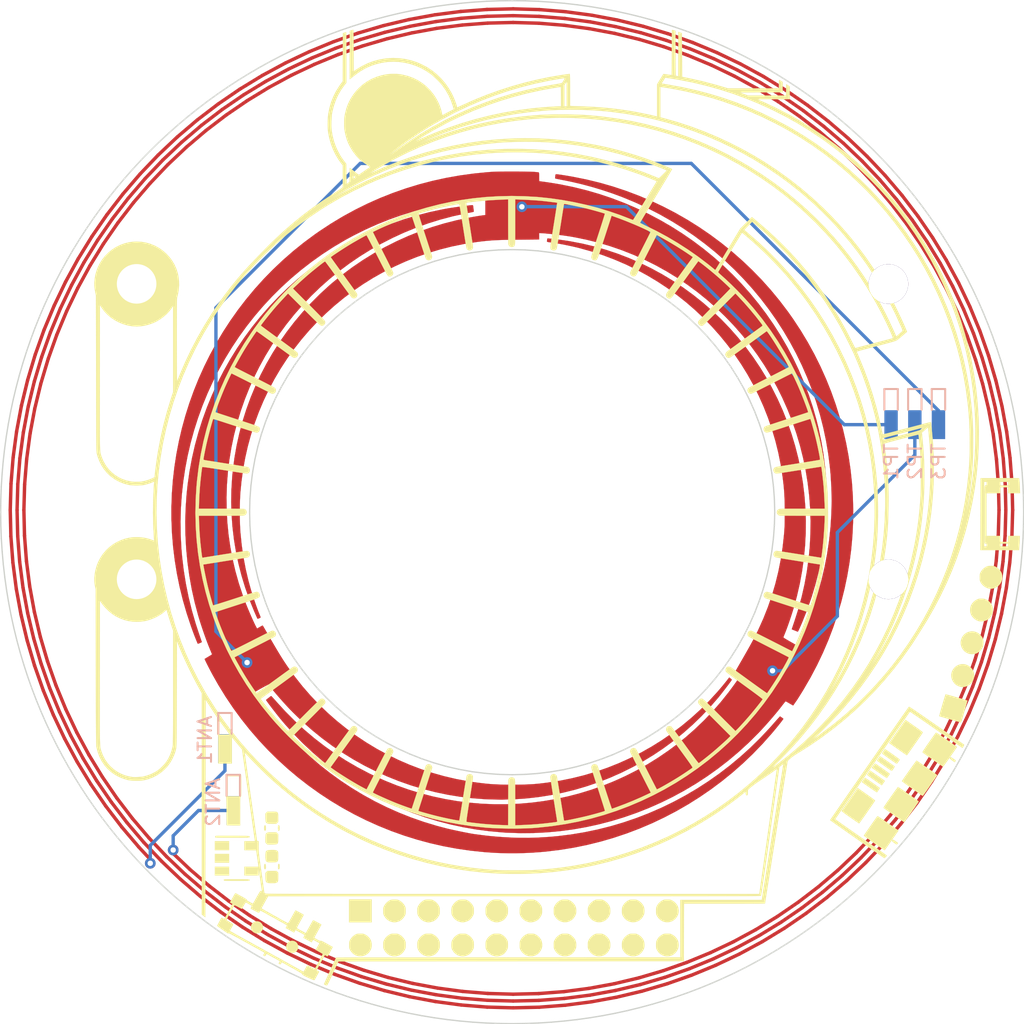
<source format=kicad_pcb>
(kicad_pcb (version 20171130) (host pcbnew "(5.1.9)-1")
  (layers (0 F.Cu signal) (31 B.Cu signal) (34 B.Paste user) (35 F.Paste user) (36 B.SilkS user) (37 F.SilkS user) (38 B.Mask user) (39 F.Mask user) (44 Edge.Cuts user))
  (net 0 "")
  (net 1 "Net-(AE1-Pad2)")
  (net 2 "Net-(AE1-Pad1)")
  (net 3 "Net-(J1-Pad1)")
  (net 4 "Net-(J1-Pad2)")
  (net 5 "Net-(J1-Pad3)")
  (module BoardFront3-Yellow (layer F.Cu) (at 0 0)
    (fp_text reference Ref** hide)
    (fp_text value Val** hide)
    (fp_poly (pts (xy -2.007819 -6.518122) (xy -1.99068 -6.50973) (xy -1.978388 -6.487022) (xy -1.968452 -6.442863) (xy -1.958382 -6.370117) (xy -1.947324 -6.275834) (xy -1.936997 -6.179445) (xy -1.929932 -6.099798) (xy -1.926789 -6.045478) (xy -1.928014 -6.025174) (xy -1.950207 -6.019431) (xy -2.008737 -6.006663) (xy -2.098389 -5.987943) (xy -2.213949 -5.964342) (xy -2.350201 -5.936932) (xy -2.501932 -5.906786) (xy -2.550583 -5.897192) (xy -3.48972 -5.691214) (xy -4.414821 -5.446154) (xy -5.32482 -5.162834) (xy -6.218652 -4.842073) (xy -7.095253 -4.484693) (xy -7.953558 -4.091515) (xy -8.792502 -3.663359) (xy -9.611019 -3.201046) (xy -10.408045 -2.705397) (xy -11.182515 -2.177233) (xy -11.933363 -1.617374) (xy -12.659526 -1.026642) (xy -13.359937 -0.405856) (xy -14.033533 0.244162) (xy -14.679247 0.922591) (xy -15.296016 1.628611) (xy -15.882773 2.3614) (xy -16.438455 3.120139) (xy -16.961996 3.904006) (xy -17.452331 4.712181) (xy -17.908395 5.543842) (xy -18.229264 6.186584) (xy -18.620122 7.051302) (xy -18.971235 7.928271) (xy -19.282545 8.816144) (xy -19.553994 9.713572) (xy -19.785523 10.619207) (xy -19.977073 11.531703) (xy -20.128586 12.449711) (xy -20.240004 13.371884) (xy -20.311269 14.296873) (xy -20.34232 15.223332) (xy -20.333102 16.149911) (xy -20.283554 17.075265) (xy -20.193619 17.998044) (xy -20.063237 18.916902) (xy -19.892351 19.83049) (xy -19.680902 20.737461) (xy -19.428832 21.636467) (xy -19.136082 22.52616) (xy -18.958803 23.008167) (xy -18.886203 23.194374) (xy -18.804309 23.397583) (xy -18.7159 23.611406) (xy -18.623752 23.829459) (xy -18.530642 24.045357) (xy -18.439349 24.252715) (xy -18.35265 24.445148) (xy -18.273322 24.61627) (xy -18.204142 24.759698) (xy -18.155604 24.85467) (xy -18.068487 25.018424) (xy -17.982452 24.968488) (xy -17.847544 24.891138) (xy -17.746067 24.835075) (xy -17.678751 24.800684) (xy -17.646327 24.788353) (xy -17.643611 24.788894) (xy -17.631856 24.808242) (xy -17.601029 24.860685) (xy -17.553206 24.94265) (xy -17.490464 25.050558) (xy -17.41488 25.180836) (xy -17.32853 25.329905) (xy -17.233491 25.494192) (xy -17.131839 25.670119) (xy -17.125249 25.681531) (xy -16.943771 25.994868) (xy -16.780112 26.275274) (xy -16.631706 26.526925) (xy -16.495991 26.753993) (xy -16.370401 26.960653) (xy -16.252373 27.151079) (xy -16.139342 27.329445) (xy -16.028746 27.499923) (xy -15.918019 27.666689) (xy -15.804597 27.833916) (xy -15.789352 27.856153) (xy -15.250952 28.603532) (xy -14.681542 29.322696) (xy -14.082311 30.012914) (xy -13.454447 30.673457) (xy -12.799138 31.303595) (xy -12.117572 31.902597) (xy -11.410937 32.469733) (xy -10.680422 33.004273) (xy -9.927214 33.505488) (xy -9.152502 33.972647) (xy -8.357473 34.40502) (xy -7.543316 34.801877) (xy -6.711219 35.162488) (xy -5.862369 35.486123) (xy -4.997956 35.772052) (xy -4.119166 36.019545) (xy -3.227189 36.227871) (xy -2.323213 36.396301) (xy -1.753566 36.480865) (xy -1.467094 36.518208) (xy -1.2056 36.549776) (xy -0.96186 36.57601) (xy -0.728651 36.597354) (xy -0.498752 36.614252) (xy -0.264938 36.627147) (xy -0.019988 36.636482) (xy 0.243322 36.6427) (xy 0.532215 36.646245) (xy 0.853914 36.647559) (xy 0.963083 36.647582) (xy 1.291926 36.646574) (xy 1.585517 36.643649) (xy 1.850914 36.638386) (xy 2.09517 36.630363) (xy 2.325343 36.619159) (xy 2.548487 36.604351) (xy 2.77166 36.585519) (xy 3.001915 36.56224) (xy 3.24631 36.534092) (xy 3.5119 36.500655) (xy 3.58775 36.490719) (xy 4.502483 36.348917) (xy 5.406194 36.166587) (xy 6.297693 35.944379) (xy 7.175791 35.68294) (xy 8.039297 35.38292) (xy 8.887024 35.044966) (xy 9.71778 34.669728) (xy 10.530377 34.257853) (xy 11.323625 33.80999) (xy 12.096335 33.326788) (xy 12.847317 32.808895) (xy 13.575383 32.256959) (xy 14.279341 31.671628) (xy 14.958003 31.053552) (xy 15.61018 30.403379) (xy 16.234682 29.721756) (xy 16.438825 29.484926) (xy 16.542898 29.361312) (xy 16.650193 29.232126) (xy 16.753349 29.106355) (xy 16.845004 28.992983) (xy 16.917799 28.900996) (xy 16.928906 28.886658) (xy 17.104395 28.659047) (xy 17.204072 28.735645) (xy 17.256293 28.779676) (xy 17.290097 28.815771) (xy 17.297888 28.832916) (xy 17.281436 28.862432) (xy 17.241999 28.920834) (xy 17.182851 29.003808) (xy 17.10727 29.107037) (xy 17.018531 29.226207) (xy 16.919912 29.357003) (xy 16.814688 29.495107) (xy 16.706135 29.636206) (xy 16.59753 29.775984) (xy 16.49215 29.910126) (xy 16.39327 30.034315) (xy 16.304168 30.144236) (xy 16.280414 30.173083) (xy 15.67059 30.877673) (xy 15.032644 31.551217) (xy 14.367798 32.193185) (xy 13.677275 32.803043) (xy 12.962299 33.380259) (xy 12.224091 33.924301) (xy 11.463875 34.434634) (xy 10.682873 34.910728) (xy 9.882309 35.35205) (xy 9.063405 35.758066) (xy 8.227384 36.128244) (xy 7.375468 36.462052) (xy 6.508881 36.758958) (xy 5.628846 37.018427) (xy 4.736584 37.239929) (xy 3.833319 37.42293) (xy 2.920274 37.566898) (xy 1.998671 37.671301) (xy 1.069734 37.735605) (xy 0.134685 37.759277) (xy -0.805254 37.741787) (xy -1.068917 37.729453) (xy -2.014333 37.658334) (xy -2.953138 37.545807) (xy -3.88405 37.392461) (xy -4.805789 37.198884) (xy -5.717071 36.965663) (xy -6.616616 36.693389) (xy -7.503141 36.382649) (xy -8.375365 36.034031) (xy -9.232005 35.648125) (xy -10.07178 35.225518) (xy -10.893409 34.766799) (xy -11.695608 34.272557) (xy -12.477097 33.74338) (xy -13.236594 33.179857) (xy -13.972816 32.582575) (xy -14.684483 31.952124) (xy -15.370311 31.289092) (xy -15.591861 31.062083) (xy -15.770071 30.874227) (xy -15.954495 30.675056) (xy -16.141268 30.469054) (xy -16.32653 30.260706) (xy -16.506415 30.054496) (xy -16.677062 29.854907) (xy -16.834608 29.666425) (xy -16.975189 29.493533) (xy -17.094943 29.340716) (xy -17.190006 29.212459) (xy -17.211064 29.182441) (xy -17.231002 29.188755) (xy -17.281761 29.213022) (xy -17.357514 29.252006) (xy -17.452432 29.302473) (xy -17.560687 29.361186) (xy -17.676453 29.42491) (xy -17.7939 29.49041) (xy -17.9072 29.554451) (xy -18.010527 29.613797) (xy -18.098051 29.665213) (xy -18.163946 29.705463) (xy -18.202382 29.731312) (xy -18.207534 29.735628) (xy -18.202845 29.759332) (xy -18.175059 29.813904) (xy -18.126267 29.896187) (xy -18.058565 30.003028) (xy -17.974045 30.13127) (xy -17.8748 30.277759) (xy -17.762924 30.439339) (xy -17.64051 30.612856) (xy -17.509652 30.795153) (xy -17.451442 30.875271) (xy -16.850871 31.663159) (xy -16.219018 32.423042) (xy -15.556986 33.154182) (xy -14.865877 33.855841) (xy -14.146792 34.52728) (xy -13.400834 35.167761) (xy -12.629105 35.776544) (xy -11.832708 36.352891) (xy -11.012743 36.896063) (xy -10.170314 37.405323) (xy -9.306522 37.87993) (xy -8.42247 38.319148) (xy -7.519259 38.722236) (xy -6.597992 39.088457) (xy -5.65977 39.417071) (xy -4.705697 39.707341) (xy -3.989917 39.897072) (xy -3.824843 39.936904) (xy -3.635751 39.980478) (xy -3.428953 40.0265) (xy -3.210763 40.073681) (xy -2.987495 40.120728) (xy -2.765462 40.166349) (xy -2.550977 40.209253) (xy -2.350354 40.248149) (xy -2.169907 40.281744) (xy -2.015948 40.308746) (xy -1.894792 40.327865) (xy -1.862667 40.332279) (xy -1.816369 40.338302) (xy -1.734741 40.348922) (xy -1.624431 40.363274) (xy -1.492088 40.380493) (xy -1.344362 40.399714) (xy -1.195917 40.419029) (xy -0.855295 40.459387) (xy -0.482289 40.496431) (xy -0.086769 40.529467) (xy 0.321398 40.557803) (xy 0.732341 40.580747) (xy 1.136193 40.597606) (xy 1.481667 40.606931) (xy 2.193856 40.608061) (xy 2.931654 40.58489) (xy 3.686286 40.537811) (xy 4.328583 40.479887) (xy 5.332178 40.355521) (xy 6.326708 40.190153) (xy 7.311061 39.984363) (xy 8.284127 39.738727) (xy 9.244796 39.453824) (xy 10.191957 39.130231) (xy 11.124499 38.768527) (xy 12.041312 38.369289) (xy 12.941285 37.933096) (xy 13.823307 37.460525) (xy 14.686268 36.952154) (xy 15.529058 36.408561) (xy 16.350565 35.830324) (xy 17.149679 35.218022) (xy 17.92529 34.572231) (xy 18.676286 33.893531) (xy 19.401558 33.182498) (xy 20.099995 32.439711) (xy 20.375598 32.129264) (xy 20.490763 31.997853) (xy 20.597386 31.877137) (xy 20.692234 31.770705) (xy 20.772075 31.682145) (xy 20.833675 31.615043) (xy 20.873802 31.572989) (xy 20.889034 31.5595) (xy 20.910924 31.570989) (xy 20.955566 31.600266) (xy 21.011979 31.639549) (xy 21.069177 31.681052) (xy 21.116179 31.716992) (xy 21.139693 31.737138) (xy 21.131295 31.757431) (xy 21.098646 31.806337) (xy 21.044744 31.880066) (xy 20.972589 31.974834) (xy 20.885178 32.086853) (xy 20.785509 32.212336) (xy 20.67658 32.347497) (xy 20.56139 32.488548) (xy 20.442936 32.631704) (xy 20.324216 32.773178) (xy 20.254054 32.855738) (xy 19.569529 33.624695) (xy 18.856495 34.36286) (xy 18.116108 35.069641) (xy 17.349528 35.744444) (xy 16.557909 36.386677) (xy 15.742411 36.995747) (xy 14.90419 37.571062) (xy 14.044404 38.112028) (xy 13.164209 38.618054) (xy 12.264764 39.088546) (xy 11.347225 39.522912) (xy 10.412749 39.920559) (xy 9.462495 40.280894) (xy 8.497618 40.603326) (xy 7.519278 40.88726) (xy 6.52863 41.132106) (xy 5.526832 41.337269) (xy 4.515041 41.502157) (xy 3.494416 41.626178) (xy 3.048 41.667219) (xy 2.442723 41.710673) (xy 1.847932 41.739201) (xy 1.250887 41.753106) (xy 0.638848 41.752691) (xy 0.021167 41.738966) (xy -0.136781 41.732702) (xy -0.325155 41.723218) (xy -0.532231 41.711228) (xy -0.746286 41.697446) (xy -0.955594 41.682586) (xy -1.132417 41.668699) (xy -2.160419 41.56246) (xy -3.178174 41.415569) (xy -4.184682 41.228678) (xy -5.178943 41.002439) (xy -6.159956 40.737503) (xy -7.126721 40.434521) (xy -8.078238 40.094145) (xy -9.013507 39.717027) (xy -9.931528 39.303818) (xy -10.831301 38.855169) (xy -11.711824 38.371732) (xy -12.572099 37.854159) (xy -13.411125 37.303101) (xy -14.227901 36.71921) (xy -15.021429 36.103136) (xy -15.790706 35.455532) (xy -16.534734 34.777049) (xy -17.252511 34.068339) (xy -17.943038 33.330053) (xy -18.605315 32.562843) (xy -19.238342 31.767359) (xy -19.841118 30.944255) (xy -20.412642 30.09418) (xy -20.951916 29.217787) (xy -21.363707 28.490333) (xy -21.448066 28.334035) (xy -21.533438 28.173262) (xy -21.617475 28.012674) (xy -21.697826 27.856931) (xy -21.772143 27.710695) (xy -21.838076 27.578624) (xy -21.893277 27.46538) (xy -21.935394 27.375622) (xy -21.96208 27.314011) (xy -21.971 27.28565) (xy -21.953629 27.270939) (xy -21.905777 27.239417) (xy -21.833832 27.195073) (xy -21.744185 27.141896) (xy -21.695918 27.113931) (xy -21.599933 27.057845) (xy -21.518527 27.008578) (xy -21.458093 26.970134) (xy -21.425027 26.94652) (xy -21.420752 26.941588) (xy -21.428576 26.918724) (xy -21.450509 26.862753) (xy -21.484164 26.779555) (xy -21.527154 26.67501) (xy -21.57709 26.554997) (xy -21.596924 26.507671) (xy -21.690275 26.277797) (xy -21.791486 26.015015) (xy -21.897758 25.727386) (xy -22.006292 25.422972) (xy -22.11429 25.109834) (xy -22.218953 24.796035) (xy -22.317483 24.489635) (xy -22.407081 24.198696) (xy -22.455433 24.03475) (xy -22.714278 23.064167) (xy -22.932763 22.082327) (xy -23.110725 21.09125) (xy -23.248002 20.092957) (xy -23.344429 19.089467) (xy -23.399846 18.082799) (xy -23.414089 17.074975) (xy -23.386995 16.068014) (xy -23.318401 15.063936) (xy -23.23898 14.308667) (xy -23.097702 13.31632) (xy -22.915967 12.334234) (xy -22.694402 11.363568) (xy -22.433635 10.40548) (xy -22.134293 9.461129) (xy -21.797004 8.531675) (xy -21.422394 7.618277) (xy -21.011092 6.722092) (xy -20.563725 5.844282) (xy -20.080919 4.986004) (xy -19.563303 4.148417) (xy -19.011505 3.332681) (xy -18.42615 2.539954) (xy -17.807867 1.771396) (xy -17.157283 1.028166) (xy -16.475026 0.311422) (xy -15.761722 -0.377677) (xy -15.018 -1.037971) (xy -14.859 -1.172039) (xy -14.081198 -1.794727) (xy -13.280602 -2.382135) (xy -12.458295 -2.933756) (xy -11.615361 -3.449084) (xy -10.75288 -3.927613) (xy -9.871938 -4.368837) (xy -8.973615 -4.772251) (xy -8.058995 -5.137347) (xy -7.129161 -5.463621) (xy -6.185195 -5.750566) (xy -5.22818 -5.997677) (xy -4.259199 -6.204446) (xy -3.979333 -6.256216) (xy -3.831039 -6.281688) (xy -3.661636 -6.309043) (xy -3.476743 -6.337523) (xy -3.281973 -6.366367) (xy -3.082942 -6.394817) (xy -2.885266 -6.422114) (xy -2.69456 -6.4475) (xy -2.51644 -6.470216) (xy -2.356521 -6.489502) (xy -2.220419 -6.5046) (xy -2.113748 -6.514751) (xy -2.042126 -6.519196) (xy -2.032295 -6.519333) (xy -2.007819 -6.518122)) (layer F.Cu) (width 0.01))
    (fp_poly (pts (xy 4.270623 -8.819869) (xy 4.370023 -8.80894) (xy 4.500011 -8.791755) (xy 4.656918 -8.768849) (xy 4.837073 -8.740756) (xy 5.036806 -8.708013) (xy 5.252449 -8.671154) (xy 5.471583 -8.632293) (xy 6.479255 -8.429151) (xy 7.474781 -8.185853) (xy 8.45706 -7.903112) (xy 9.424989 -7.581639) (xy 10.377466 -7.222146) (xy 11.31339 -6.825346) (xy 12.231658 -6.39195) (xy 13.131168 -5.92267) (xy 14.010818 -5.418219) (xy 14.869506 -4.879308) (xy 15.70613 -4.306648) (xy 16.519588 -3.700953) (xy 17.308778 -3.062934) (xy 18.072598 -2.393303) (xy 18.809946 -1.692772) (xy 19.519719 -0.962053) (xy 20.200815 -0.201858) (xy 20.852134 0.587101) (xy 21.472572 1.404113) (xy 21.864303 1.957917) (xy 22.431938 2.820482) (xy 22.961244 3.699891) (xy 23.452189 4.594976) (xy 23.904745 5.504567) (xy 24.318879 6.427497) (xy 24.694561 7.362598) (xy 25.031761 8.3087) (xy 25.330448 9.264635) (xy 25.590591 10.229235) (xy 25.812159 11.201332) (xy 25.995123 12.179756) (xy 26.139451 13.16334) (xy 26.245113 14.150915) (xy 26.312078 15.141313) (xy 26.340315 16.133364) (xy 26.329794 17.125902) (xy 26.280484 18.117757) (xy 26.192355 19.107761) (xy 26.065375 20.094745) (xy 25.899515 21.077541) (xy 25.694743 22.054981) (xy 25.451029 23.025896) (xy 25.168343 23.989118) (xy 24.846653 24.943478) (xy 24.485929 25.887807) (xy 24.08614 26.820938) (xy 23.647256 27.741703) (xy 23.169247 28.648931) (xy 22.65208 29.541456) (xy 22.590365 29.642659) (xy 22.499554 29.790245) (xy 22.411426 29.932435) (xy 22.32958 30.063498) (xy 22.257615 30.177705) (xy 22.19913 30.269326) (xy 22.157724 30.332631) (xy 22.147469 30.347708) (xy 22.08546 30.436892) (xy 22.015565 30.537164) (xy 21.960562 30.61588) (xy 21.865458 30.751761) (xy 21.595437 30.59504) (xy 21.498781 30.539757) (xy 21.414478 30.493073) (xy 21.349543 30.458757) (xy 21.310994 30.440576) (xy 21.30425 30.438658) (xy 21.28576 30.45494) (xy 21.246108 30.500258) (xy 21.189338 30.569636) (xy 21.119493 30.6581) (xy 21.040616 30.760672) (xy 21.0139 30.795965) (xy 20.877519 30.972165) (xy 20.716388 31.172457) (xy 20.535625 31.390934) (xy 20.340345 31.621689) (xy 20.135668 31.858813) (xy 19.926709 32.096399) (xy 19.718586 32.328538) (xy 19.516417 32.549324) (xy 19.325318 32.752848) (xy 19.258605 32.822425) (xy 18.54717 33.529763) (xy 17.809836 34.204712) (xy 17.047865 34.846779) (xy 16.262516 35.455477) (xy 15.455051 36.030314) (xy 14.626728 36.570801) (xy 13.77881 37.076449) (xy 12.912555 37.546766) (xy 12.029224 37.981264) (xy 11.130078 38.379453) (xy 10.216377 38.740842) (xy 9.289381 39.064941) (xy 8.35035 39.351262) (xy 7.400546 39.599314) (xy 6.441227 39.808607) (xy 5.473655 39.978651) (xy 4.49909 40.108956) (xy 3.518792 40.199033) (xy 2.534022 40.248392) (xy 1.54604 40.256542) (xy 0.556105 40.222994) (xy 0.264583 40.205109) (xy -0.731 40.117037) (xy -1.717307 39.988435) (xy -2.69323 39.819864) (xy -3.657662 39.611882) (xy -4.609496 39.365051) (xy -5.547622 39.07993) (xy -6.470933 38.75708) (xy -7.378323 38.39706) (xy -8.268683 38.00043) (xy -9.140904 37.567752) (xy -9.993881 37.099584) (xy -10.826504 36.596486) (xy -11.637667 36.05902) (xy -12.426261 35.487745) (xy -13.191179 34.883221) (xy -13.931313 34.246007) (xy -14.645555 33.576666) (xy -15.332798 32.875755) (xy -15.991934 32.143836) (xy -16.227517 31.866417) (xy -16.32017 31.754167) (xy -16.423266 31.626854) (xy -16.533833 31.488362) (xy -16.648897 31.342577) (xy -16.765483 31.193382) (xy -16.88062 31.044665) (xy -16.991331 30.900308) (xy -17.094645 30.764197) (xy -17.187586 30.640218) (xy -17.267183 30.532254) (xy -17.33046 30.444191) (xy -17.374443 30.379914) (xy -17.396161 30.343308) (xy -17.397951 30.337339) (xy -17.381957 30.320192) (xy -17.340241 30.284333) (xy -17.281102 30.236242) (xy -17.212838 30.182401) (xy -17.143749 30.12929) (xy -17.082132 30.08339) (xy -17.036287 30.051183) (xy -17.016964 30.039796) (xy -16.999528 30.053428) (xy -16.95808 30.09505) (xy -16.896327 30.160657) (xy -16.817975 30.246243) (xy -16.726732 30.347802) (xy -16.626304 30.461329) (xy -16.615436 30.473713) (xy -15.947413 31.204342) (xy -15.255079 31.900349) (xy -14.538494 32.561689) (xy -13.797718 33.188317) (xy -13.03281 33.780186) (xy -12.243831 34.337252) (xy -11.430839 34.859469) (xy -10.593896 35.346791) (xy -9.73306 35.799173) (xy -9.430337 35.947227) (xy -8.561248 36.341505) (xy -7.681376 36.695797) (xy -6.792001 37.01023) (xy -5.894405 37.284933) (xy -4.989868 37.520035) (xy -4.07967 37.715663) (xy -3.165093 37.871945) (xy -2.247417 37.989009) (xy -1.327921 38.066984) (xy -0.407888 38.105998) (xy 0.511402 38.106178) (xy 1.42867 38.067653) (xy 2.342633 37.990552) (xy 3.252012 37.875001) (xy 4.155527 37.72113) (xy 5.051895 37.529067) (xy 5.939837 37.298938) (xy 6.818073 37.030874) (xy 7.685321 36.725001) (xy 8.540301 36.381448) (xy 9.381732 36.000344) (xy 10.208334 35.581815) (xy 11.018826 35.125991) (xy 11.811928 34.632999) (xy 12.586359 34.102968) (xy 13.1445 33.688636) (xy 13.863981 33.110026) (xy 14.559767 32.497916) (xy 15.229327 31.854912) (xy 15.870133 31.183619) (xy 16.479655 30.486644) (xy 17.055362 29.766591) (xy 17.3898 29.315833) (xy 17.524761 29.128) (xy 17.636603 28.971058) (xy 17.727455 28.841919) (xy 17.799444 28.737493) (xy 17.854698 28.654691) (xy 17.895346 28.590424) (xy 17.923516 28.541603) (xy 17.924785 28.53923) (xy 17.933256 28.517684) (xy 17.929295 28.497894) (xy 17.907384 28.474727) (xy 17.862008 28.443051) (xy 17.787649 28.397734) (xy 17.746683 28.373537) (xy 17.646821 28.311643) (xy 17.582564 28.264617) (xy 17.555197 28.233448) (xy 17.554766 28.225894) (xy 17.567313 28.202215) (xy 17.598898 28.145716) (xy 17.647342 28.060213) (xy 17.710467 27.949517) (xy 17.786094 27.817443) (xy 17.872045 27.667805) (xy 17.96614 27.504416) (xy 18.044331 27.368936) (xy 18.236521 27.035014) (xy 18.408676 26.733142) (xy 18.562962 26.459323) (xy 18.701548 26.209562) (xy 18.8266 25.979864) (xy 18.940285 25.766234) (xy 19.044769 25.564676) (xy 19.14222 25.371195) (xy 19.234805 25.181795) (xy 19.267166 25.11425) (xy 19.646475 24.270754) (xy 19.985518 23.416062) (xy 20.28453 22.549297) (xy 20.543747 21.669584) (xy 20.763405 20.776046) (xy 20.943739 19.867808) (xy 21.084984 18.943994) (xy 21.187376 18.003729) (xy 21.191168 17.959917) (xy 21.202424 17.823471) (xy 21.211766 17.697006) (xy 21.219363 17.574695) (xy 21.225383 17.450713) (xy 21.229997 17.319232) (xy 21.233373 17.174428) (xy 21.235681 17.010473) (xy 21.23709 16.821543) (xy 21.237769 16.601812) (xy 21.237889 16.35125) (xy 21.236822 16.015813) (xy 21.233581 15.715374) (xy 21.227731 15.442634) (xy 21.218835 15.190292) (xy 21.206459 14.951049) (xy 21.190165 14.717605) (xy 21.169518 14.48266) (xy 21.144082 14.238916) (xy 21.113421 13.979071) (xy 21.081153 13.726583) (xy 20.940482 12.81528) (xy 20.760253 11.917426) (xy 20.541337 11.03399) (xy 20.284605 10.165943) (xy 19.990927 9.314252) (xy 19.661176 8.479887) (xy 19.296221 7.663818) (xy 18.896935 6.867014) (xy 18.464189 6.090443) (xy 17.998853 5.335076) (xy 17.501798 4.60188) (xy 16.973896 3.891827) (xy 16.416019 3.205884) (xy 15.829036 2.545021) (xy 15.213819 1.910208) (xy 14.57124 1.302413) (xy 13.902169 0.722606) (xy 13.207477 0.171756) (xy 12.488036 -0.349168) (xy 11.744717 -0.839197) (xy 10.97839 -1.297361) (xy 10.189928 -1.722691) (xy 9.380201 -2.114217) (xy 8.55008 -2.470972) (xy 7.700436 -2.791985) (xy 6.832141 -3.076287) (xy 5.946065 -3.322909) (xy 5.703485 -3.383008) (xy 5.475389 -3.436133) (xy 5.228309 -3.490297) (xy 4.971125 -3.543778) (xy 4.71272 -3.594855) (xy 4.461977 -3.641806) (xy 4.227776 -3.68291) (xy 4.019001 -3.716445) (xy 3.884083 -3.735642) (xy 3.752045 -3.752745) (xy 3.656318 -3.765828) (xy 3.59142 -3.777614) (xy 3.55187 -3.790828) (xy 3.532186 -3.808191) (xy 3.526885 -3.832427) (xy 3.530487 -3.86626) (xy 3.536937 -3.908097) (xy 3.547736 -3.974717) (xy 3.558774 -4.022644) (xy 3.565165 -4.037887) (xy 3.591254 -4.040827) (xy 3.654285 -4.038098) (xy 3.749335 -4.030307) (xy 3.871481 -4.018063) (xy 4.0158 -4.001973) (xy 4.177368 -3.982645) (xy 4.351262 -3.960685) (xy 4.532559 -3.936703) (xy 4.716335 -3.911305) (xy 4.897668 -3.8851) (xy 5.071635 -3.858694) (xy 5.233311 -3.832696) (xy 5.249333 -3.830021) (xy 6.157479 -3.656543) (xy 7.054145 -3.44282) (xy 7.938151 -3.189667) (xy 8.808313 -2.897901) (xy 9.66345 -2.568338) (xy 10.50238 -2.201794) (xy 11.323921 -1.799086) (xy 12.126892 -1.361029) (xy 12.91011 -0.888441) (xy 13.672394 -0.382136) (xy 14.412562 0.157068) (xy 15.129432 0.728356) (xy 15.821821 1.330911) (xy 16.488549 1.963917) (xy 17.128433 2.626558) (xy 17.740291 3.318017) (xy 18.322942 4.037479) (xy 18.875204 4.784128) (xy 19.395894 5.557146) (xy 19.806084 6.223) (xy 20.271634 7.052342) (xy 20.69861 7.898174) (xy 21.086845 8.759183) (xy 21.436173 9.634056) (xy 21.746427 10.521479) (xy 22.017441 11.42014) (xy 22.249048 12.328725) (xy 22.441081 13.245921) (xy 22.593374 14.170415) (xy 22.705761 15.100893) (xy 22.778074 16.036043) (xy 22.810148 16.97455) (xy 22.801816 17.915102) (xy 22.752911 18.856386) (xy 22.663267 19.797088) (xy 22.532716 20.735895) (xy 22.361094 21.671494) (xy 22.148232 22.602572) (xy 21.968391 23.27275) (xy 21.897596 23.513537) (xy 21.81737 23.773655) (xy 21.730525 24.044775) (xy 21.639872 24.318569) (xy 21.548225 24.586708) (xy 21.458394 24.840861) (xy 21.373192 25.072702) (xy 21.295431 25.2739) (xy 21.278746 25.315333) (xy 21.235871 25.420943) (xy 21.197511 25.515648) (xy 21.167075 25.591012) (xy 21.147974 25.638599) (xy 21.14456 25.647229) (xy 21.14145 25.662274) (xy 21.146735 25.678455) (xy 21.164291 25.698458) (xy 21.197993 25.724974) (xy 21.251719 25.760691) (xy 21.329343 25.808298) (xy 21.434743 25.870484) (xy 21.571794 25.949937) (xy 21.625855 25.981112) (xy 21.757115 26.056439) (xy 21.87584 26.12398) (xy 21.977273 26.181076) (xy 22.056655 26.225069) (xy 22.109227 26.253299) (xy 22.130229 26.263107) (xy 22.130383 26.26305) (xy 22.147531 26.234832) (xy 22.179796 26.173264) (xy 22.22472 26.083511) (xy 22.279845 25.970738) (xy 22.342715 25.840108) (xy 22.410871 25.696785) (xy 22.481856 25.545934) (xy 22.553211 25.392718) (xy 22.622481 25.242301) (xy 22.687206 25.099848) (xy 22.737329 24.987718) (xy 23.102272 24.113034) (xy 23.432903 23.215841) (xy 23.728218 22.299756) (xy 23.987215 21.368397) (xy 24.208891 20.425379) (xy 24.392245 19.47432) (xy 24.536274 18.518836) (xy 24.541469 18.4785) (xy 24.647775 17.48604) (xy 24.712196 16.497235) (xy 24.734757 15.509786) (xy 24.715486 14.521393) (xy 24.654409 13.529754) (xy 24.604692 12.998217) (xy 24.479829 12.004444) (xy 24.314648 11.02195) (xy 24.109888 10.051689) (xy 23.866287 9.094617) (xy 23.584583 8.151687) (xy 23.265515 7.223856) (xy 22.909821 6.312079) (xy 22.518238 5.41731) (xy 22.091505 4.540504) (xy 21.63036 3.682617) (xy 21.135542 2.844604) (xy 20.607788 2.027419) (xy 20.047836 1.232018) (xy 19.456426 0.459356) (xy 18.834294 -0.289613) (xy 18.18218 -1.013933) (xy 17.50082 -1.712648) (xy 16.790954 -2.384805) (xy 16.05332 -3.029448) (xy 15.288656 -3.645622) (xy 14.497699 -4.232372) (xy 13.681189 -4.788742) (xy 12.839862 -5.313779) (xy 11.974459 -5.806526) (xy 11.085715 -6.266029) (xy 10.174371 -6.691332) (xy 9.241164 -7.081481) (xy 9.01777 -7.168344) (xy 8.311533 -7.425991) (xy 7.583406 -7.666596) (xy 6.843873 -7.887163) (xy 6.103417 -8.084696) (xy 5.372521 -8.256201) (xy 4.804833 -8.372063) (xy 4.644753 -8.402776) (xy 4.498087 -8.431567) (xy 4.370008 -8.457369) (xy 4.265688 -8.479115) (xy 4.190299 -8.495738) (xy 4.149014 -8.506173) (xy 4.142925 -8.508577) (xy 4.138437 -8.534066) (xy 4.140008 -8.587846) (xy 4.146126 -8.656558) (xy 4.155278 -8.726843) (xy 4.165953 -8.785342) (xy 4.176638 -8.818694) (xy 4.178265 -8.820821) (xy 4.20548 -8.824008) (xy 4.270623 -8.819869)) (layer F.Cu) (width 0.01))
    (fp_poly (pts (xy 1.306605 -9.024929) (xy 1.653015 -9.022375) (xy 1.959584 -9.017829) (xy 2.225916 -9.011302) (xy 2.451615 -9.002808) (xy 2.636283 -8.992359) (xy 2.779524 -8.979967) (xy 2.880943 -8.965645) (xy 2.894542 -8.962903) (xy 2.912587 -8.957666) (xy 2.92538 -8.946674) (xy 2.933823 -8.923519) (xy 2.93882 -8.881794) (xy 2.941274 -8.815091) (xy 2.942089 -8.717003) (xy 2.942167 -8.625014) (xy 2.943248 -8.488607) (xy 2.946653 -8.391239) (xy 2.952626 -8.329668) (xy 2.96141 -8.300651) (xy 2.96675 -8.297334) (xy 3.023641 -8.293826) (xy 3.116519 -8.283874) (xy 3.23967 -8.268331) (xy 3.387381 -8.248052) (xy 3.55394 -8.223893) (xy 3.733633 -8.196707) (xy 3.920748 -8.167349) (xy 4.109571 -8.136675) (xy 4.29439 -8.105538) (xy 4.469492 -8.074793) (xy 4.54025 -8.06193) (xy 5.526712 -7.859562) (xy 6.498167 -7.618567) (xy 7.453735 -7.339777) (xy 8.392536 -7.024023) (xy 9.313689 -6.672137) (xy 10.216314 -6.284952) (xy 11.09953 -5.8633) (xy 11.962457 -5.408012) (xy 12.804214 -4.919921) (xy 13.623922 -4.399858) (xy 14.420699 -3.848655) (xy 15.193666 -3.267145) (xy 15.941941 -2.65616) (xy 16.664645 -2.016531) (xy 17.360897 -1.349091) (xy 18.029817 -0.654671) (xy 18.670524 0.065896) (xy 19.282138 0.811779) (xy 19.863778 1.582145) (xy 20.414564 2.376162) (xy 20.933616 3.192999) (xy 21.420052 4.031824) (xy 21.872994 4.891804) (xy 22.29156 5.772107) (xy 22.67487 6.671902) (xy 23.022043 7.590356) (xy 23.332199 8.526638) (xy 23.604459 9.479915) (xy 23.758702 10.099796) (xy 23.964376 11.067819) (xy 24.128679 12.040934) (xy 24.251734 13.017731) (xy 24.333663 13.996801) (xy 24.374587 14.976734) (xy 24.374631 15.956121) (xy 24.333915 16.933552) (xy 24.252562 17.907618) (xy 24.130695 18.876908) (xy 23.968435 19.840015) (xy 23.765906 20.795527) (xy 23.523229 21.742036) (xy 23.240527 22.678131) (xy 22.917922 23.602404) (xy 22.555536 24.513445) (xy 22.495601 24.653875) (xy 22.431053 24.802097) (xy 22.370984 24.936941) (xy 22.317603 25.053693) (xy 22.273116 25.14764) (xy 22.23973 25.214066) (xy 22.219653 25.248257) (xy 22.215636 25.251876) (xy 22.191004 25.244399) (xy 22.137285 25.224604) (xy 22.064463 25.196477) (xy 21.982518 25.164005) (xy 21.90143 25.131177) (xy 21.831182 25.101979) (xy 21.781755 25.0804) (xy 21.764242 25.071539) (xy 21.769406 25.051341) (xy 21.786767 24.99611) (xy 21.814675 24.910819) (xy 21.851481 24.80044) (xy 21.895537 24.669945) (xy 21.945194 24.524306) (xy 21.961383 24.477103) (xy 22.253673 23.561795) (xy 22.505143 22.637926) (xy 22.715897 21.706898) (xy 22.886039 20.770113) (xy 23.015672 19.828973) (xy 23.104899 18.88488) (xy 23.153824 17.939236) (xy 23.162551 16.993442) (xy 23.131182 16.048901) (xy 23.059822 15.107014) (xy 22.948573 14.169184) (xy 22.797539 13.236812) (xy 22.606824 12.3113) (xy 22.376531 11.39405) (xy 22.106763 10.486463) (xy 21.797624 9.589943) (xy 21.449218 8.705889) (xy 21.061647 7.835706) (xy 20.676058 7.059083) (xy 20.219232 6.22809) (xy 19.729091 5.421885) (xy 19.206715 4.641256) (xy 18.653189 3.886987) (xy 18.069593 3.159865) (xy 17.45701 2.460675) (xy 16.816523 1.790204) (xy 16.149213 1.149238) (xy 15.456163 0.538561) (xy 14.738455 -0.041038) (xy 13.997172 -0.588776) (xy 13.233395 -1.103865) (xy 12.448207 -1.58552) (xy 11.642691 -2.032955) (xy 10.817928 -2.445384) (xy 9.975 -2.822021) (xy 9.114991 -3.162081) (xy 8.238982 -3.464776) (xy 7.348056 -3.729322) (xy 6.443294 -3.954931) (xy 5.52578 -4.14082) (xy 5.169569 -4.201597) (xy 4.96134 -4.233427) (xy 4.725429 -4.266311) (xy 4.471056 -4.299192) (xy 4.207441 -4.331016) (xy 3.943805 -4.360724) (xy 3.689369 -4.387262) (xy 3.453352 -4.409572) (xy 3.244975 -4.426597) (xy 3.148542 -4.433139) (xy 2.942167 -4.445855) (xy 2.942167 -3.964696) (xy 1.455208 -3.951461) (xy 1.078862 -3.947554) (xy 0.739994 -3.942709) (xy 0.433754 -3.936651) (xy 0.155292 -3.929102) (xy -0.100242 -3.919786) (xy -0.337697 -3.908425) (xy -0.561924 -3.894744) (xy -0.777773 -3.878464) (xy -0.990093 -3.85931) (xy -1.203736 -3.837005) (xy -1.42355 -3.811271) (xy -1.654385 -3.781833) (xy -1.756833 -3.768156) (xy -2.667788 -3.624206) (xy -3.565474 -3.440616) (xy -4.448893 -3.218242) (xy -5.317047 -2.95794) (xy -6.16894 -2.660565) (xy -7.003573 -2.326972) (xy -7.81995 -1.958017) (xy -8.617072 -1.554554) (xy -9.393942 -1.117441) (xy -10.149563 -0.647531) (xy -10.882937 -0.14568) (xy -11.593066 0.387256) (xy -12.278954 0.950422) (xy -12.939601 1.542963) (xy -13.574012 2.164023) (xy -14.181188 2.812747) (xy -14.760132 3.488279) (xy -15.309847 4.189765) (xy -15.829334 4.916348) (xy -16.317597 5.667174) (xy -16.773637 6.441387) (xy -17.196458 7.238131) (xy -17.585062 8.056551) (xy -17.93845 8.895793) (xy -18.255627 9.755) (xy -18.530222 10.615083) (xy -18.758839 11.456311) (xy -18.950842 12.3075) (xy -19.106966 13.172668) (xy -19.227948 14.055833) (xy -19.305711 14.848417) (xy -19.325956 15.151205) (xy -19.340967 15.486427) (xy -19.350747 15.844505) (xy -19.355294 16.215864) (xy -19.35461 16.590928) (xy -19.348693 16.960121) (xy -19.337546 17.313868) (xy -19.321167 17.642591) (xy -19.305634 17.864667) (xy -19.211561 18.793764) (xy -19.079963 19.704609) (xy -18.910465 20.599247) (xy -18.702691 21.479726) (xy -18.522189 22.12975) (xy -18.460495 22.332214) (xy -18.389563 22.554627) (xy -18.312204 22.788899) (xy -18.231226 23.026942) (xy -18.149442 23.260666) (xy -18.06966 23.481982) (xy -17.994691 23.682801) (xy -17.927346 23.855034) (xy -17.897893 23.926752) (xy -17.859933 24.019247) (xy -17.828971 24.098442) (xy -17.808293 24.155671) (xy -17.801167 24.181842) (xy -17.81901 24.202814) (xy -17.863512 24.229643) (xy -17.921128 24.256467) (xy -17.978313 24.277422) (xy -18.021525 24.286644) (xy -18.035831 24.283435) (xy -18.047722 24.260557) (xy -18.07403 24.203921) (xy -18.112462 24.118665) (xy -18.160724 24.009927) (xy -18.216521 23.882844) (xy -18.277559 23.742553) (xy -18.283933 23.727833) (xy -18.635443 22.862649) (xy -18.947014 21.984254) (xy -19.218429 21.094066) (xy -19.449473 20.193505) (xy -19.639931 19.283989) (xy -19.789588 18.366936) (xy -19.898228 17.443767) (xy -19.965637 16.515899) (xy -19.991598 15.584751) (xy -19.975897 14.651742) (xy -19.918319 13.718291) (xy -19.873597 13.250333) (xy -19.752598 12.316432) (xy -19.590693 11.391889) (xy -19.388514 10.477899) (xy -19.146694 9.575659) (xy -18.865867 8.686363) (xy -18.546664 7.811208) (xy -18.18972 6.951389) (xy -17.795666 6.108102) (xy -17.365135 5.282544) (xy -16.89876 4.475909) (xy -16.397174 3.689393) (xy -15.86101 2.924192) (xy -15.2909 2.181502) (xy -14.687478 1.462519) (xy -14.051376 0.768438) (xy -13.383227 0.100456) (xy -12.683663 -0.540233) (xy -12.484084 -0.712998) (xy -11.745377 -1.31688) (xy -10.981498 -1.887152) (xy -10.193891 -2.423122) (xy -9.383997 -2.924101) (xy -8.553259 -3.389399) (xy -7.70312 -3.818326) (xy -6.835021 -4.210193) (xy -5.950406 -4.564308) (xy -5.050717 -4.879984) (xy -4.137396 -5.156528) (xy -3.211886 -5.393252) (xy -2.296583 -5.585543) (xy -2.116712 -5.618771) (xy -1.936023 -5.651167) (xy -1.762482 -5.681372) (xy -1.604052 -5.708031) (xy -1.468699 -5.729786) (xy -1.364385 -5.745282) (xy -1.338792 -5.748706) (xy -1.058333 -5.784711) (xy -1.058333 -6.944875) (xy -1.232958 -6.933593) (xy -1.337113 -6.927018) (xy -1.461427 -6.919396) (xy -1.583794 -6.912078) (xy -1.61925 -6.910002) (xy -1.694898 -6.904506) (xy -1.805158 -6.894992) (xy -1.942575 -6.882178) (xy -2.099693 -6.866784) (xy -2.269058 -6.849527) (xy -2.443214 -6.831125) (xy -2.487083 -6.826381) (xy -3.460899 -6.699344) (xy -4.430151 -6.530671) (xy -5.392936 -6.320976) (xy -6.347352 -6.070872) (xy -7.291496 -5.780972) (xy -8.223467 -5.45189) (xy -9.141363 -5.08424) (xy -10.043279 -4.678635) (xy -10.927316 -4.235688) (xy -11.514667 -3.914942) (xy -12.374305 -3.405461) (xy -13.207267 -2.863736) (xy -14.013005 -2.290833) (xy -14.790969 -1.687819) (xy -15.540612 -1.055757) (xy -16.261384 -0.395715) (xy -16.952736 0.291242) (xy -17.61412 1.004049) (xy -18.244987 1.741639) (xy -18.844788 2.502948) (xy -19.412974 3.28691) (xy -19.948997 4.092458) (xy -20.452308 4.918528) (xy -20.922358 5.764054) (xy -21.358598 6.627969) (xy -21.76048 7.509209) (xy -22.127454 8.406708) (xy -22.458972 9.3194) (xy -22.754486 10.246219) (xy -23.013446 11.1861) (xy -23.235303 12.137977) (xy -23.41951 13.100784) (xy -23.565516 14.073457) (xy -23.672774 15.054928) (xy -23.740735 16.044133) (xy -23.768849 17.040006) (xy -23.756568 18.041481) (xy -23.703343 19.047493) (xy -23.651487 19.65325) (xy -23.53066 20.670525) (xy -23.368117 21.682292) (xy -23.164278 22.686614) (xy -22.919567 23.681554) (xy -22.634403 24.665173) (xy -22.415564 25.332509) (xy -22.36041 25.49336) (xy -22.309917 25.641339) (xy -22.265678 25.771723) (xy -22.229286 25.879788) (xy -22.202333 25.960812) (xy -22.186411 26.010071) (xy -22.182667 26.02332) (xy -22.200354 26.038438) (xy -22.245678 26.062881) (xy -22.283208 26.08012) (xy -22.372143 26.118596) (xy -22.430109 26.141239) (xy -22.46529 26.148316) (xy -22.485872 26.140094) (xy -22.500037 26.116839) (xy -22.512253 26.087584) (xy -22.588343 25.90422) (xy -22.65534 25.739569) (xy -22.716976 25.583901) (xy -22.776979 25.427485) (xy -22.839079 25.26059) (xy -22.907007 25.073487) (xy -22.984491 24.856445) (xy -22.9885 24.845149) (xy -23.313005 23.868641) (xy -23.596065 22.886541) (xy -23.838036 21.899945) (xy -24.039276 20.90995) (xy -24.20014 19.917655) (xy -24.320984 18.924155) (xy -24.402166 17.930549) (xy -24.444042 16.937933) (xy -24.446969 15.947405) (xy -24.411301 14.960062) (xy -24.337398 13.977001) (xy -24.225613 12.99932) (xy -24.076305 12.028114) (xy -23.88983 11.064483) (xy -23.666543 10.109522) (xy -23.406802 9.16433) (xy -23.110963 8.230003) (xy -22.779382 7.307638) (xy -22.412417 6.398333) (xy -22.010422 5.503185) (xy -21.573755 4.623292) (xy -21.102773 3.759749) (xy -20.597831 2.913655) (xy -20.059286 2.086107) (xy -19.487495 1.278202) (xy -18.882814 0.491037) (xy -18.245599 -0.27429) (xy -17.576208 -1.016683) (xy -16.874996 -1.735044) (xy -16.142319 -2.428277) (xy -15.378536 -3.095283) (xy -14.584 -3.734965) (xy -13.759071 -4.346227) (xy -13.43025 -4.575948) (xy -12.56246 -5.146743) (xy -11.676166 -5.679538) (xy -10.771904 -6.174146) (xy -9.85021 -6.630375) (xy -8.911621 -7.048037) (xy -7.956671 -7.426943) (xy -6.985898 -7.766903) (xy -5.999836 -8.067729) (xy -4.999023 -8.32923) (xy -3.983994 -8.551217) (xy -2.955286 -8.733502) (xy -1.913433 -8.875895) (xy -0.994833 -8.967337) (xy -0.843768 -8.979601) (xy -0.708532 -8.989978) (xy -0.583796 -8.998629) (xy -0.464231 -9.005715) (xy -0.344508 -9.011399) (xy -0.219297 -9.015842) (xy -0.08327 -9.019206) (xy 0.068904 -9.021654) (xy 0.242553 -9.023345) (xy 0.443008 -9.024443) (xy 0.675596 -9.025109) (xy 0.92075 -9.025477) (xy 1.306605 -9.024929)) (layer F.Cu) (width 0.01))
    (fp_line (start 39.0355 16.3477) (end 39.0231 17.3311) (layer Edge.Cuts) (width 0.1))
    (fp_line (start 39.0231 17.3311) (end 38.9859 18.3083) (layer Edge.Cuts) (width 0.1))
    (fp_line (start 38.9859 18.3083) (end 38.9244 19.2791) (layer Edge.Cuts) (width 0.1))
    (fp_line (start 38.9244 19.2791) (end 38.8388 20.2432) (layer Edge.Cuts) (width 0.1))
    (fp_line (start 38.8388 20.2432) (end 38.7294 21.2002) (layer Edge.Cuts) (width 0.1))
    (fp_line (start 38.7294 21.2002) (end 38.5965 22.1499) (layer Edge.Cuts) (width 0.1))
    (fp_line (start 38.5965 22.1499) (end 38.4404 23.092) (layer Edge.Cuts) (width 0.1))
    (fp_line (start 38.4404 23.092) (end 38.2615 24.0262) (layer Edge.Cuts) (width 0.1))
    (fp_line (start 38.2615 24.0262) (end 38.0599 24.9521) (layer Edge.Cuts) (width 0.1))
    (fp_line (start 38.0599 24.9521) (end 37.836 25.8695) (layer Edge.Cuts) (width 0.1))
    (fp_line (start 37.836 25.8695) (end 37.5902 26.778) (layer Edge.Cuts) (width 0.1))
    (fp_line (start 37.5902 26.778) (end 37.3226 27.6775) (layer Edge.Cuts) (width 0.1))
    (fp_line (start 37.3226 27.6775) (end 37.0337 28.5675) (layer Edge.Cuts) (width 0.1))
    (fp_line (start 37.0337 28.5675) (end 36.7236 29.4478) (layer Edge.Cuts) (width 0.1))
    (fp_line (start 36.7236 29.4478) (end 36.3928 30.318) (layer Edge.Cuts) (width 0.1))
    (fp_line (start 36.3928 30.318) (end 36.0414 31.1779) (layer Edge.Cuts) (width 0.1))
    (fp_line (start 36.0414 31.1779) (end 35.6699 32.0272) (layer Edge.Cuts) (width 0.1))
    (fp_line (start 35.6699 32.0272) (end 35.2784 32.8656) (layer Edge.Cuts) (width 0.1))
    (fp_line (start 35.2784 32.8656) (end 34.8674 33.6928) (layer Edge.Cuts) (width 0.1))
    (fp_line (start 34.8674 33.6928) (end 34.4371 34.5084) (layer Edge.Cuts) (width 0.1))
    (fp_line (start 34.4371 34.5084) (end 33.9877 35.3122) (layer Edge.Cuts) (width 0.1))
    (fp_line (start 33.9877 35.3122) (end 33.5197 36.1039) (layer Edge.Cuts) (width 0.1))
    (fp_line (start 33.5197 36.1039) (end 33.0332 36.8832) (layer Edge.Cuts) (width 0.1))
    (fp_line (start 33.0332 36.8832) (end 32.5286 37.6498) (layer Edge.Cuts) (width 0.1))
    (fp_line (start 32.5286 37.6498) (end 32.0063 38.4033) (layer Edge.Cuts) (width 0.1))
    (fp_line (start 32.0063 38.4033) (end 31.4664 39.1435) (layer Edge.Cuts) (width 0.1))
    (fp_line (start 31.4664 39.1435) (end 30.9093 39.8701) (layer Edge.Cuts) (width 0.1))
    (fp_line (start 30.9093 39.8701) (end 30.3353 40.583) (layer Edge.Cuts) (width 0.1))
    (fp_line (start 30.3353 40.583) (end 29.7447 41.281) (layer Edge.Cuts) (width 0.1))
    (fp_line (start 29.7447 41.281) (end 29.1378 41.965) (layer Edge.Cuts) (width 0.1))
    (fp_line (start 29.1378 41.965) (end 28.5149 42.634) (layer Edge.Cuts) (width 0.1))
    (fp_line (start 28.5149 42.634) (end 27.8763 43.288) (layer Edge.Cuts) (width 0.1))
    (fp_line (start 27.8763 43.288) (end 27.2222 43.927) (layer Edge.Cuts) (width 0.1))
    (fp_line (start 27.2222 43.927) (end 26.5531 44.55) (layer Edge.Cuts) (width 0.1))
    (fp_line (start 26.5531 44.55) (end 25.8691 45.157) (layer Edge.Cuts) (width 0.1))
    (fp_line (start 25.8691 45.157) (end 25.1707 45.748) (layer Edge.Cuts) (width 0.1))
    (fp_line (start 25.1707 45.748) (end 24.458 46.321) (layer Edge.Cuts) (width 0.1))
    (fp_line (start 24.458 46.321) (end 23.7314 46.879) (layer Edge.Cuts) (width 0.1))
    (fp_line (start 23.7314 46.879) (end 22.9911 47.418) (layer Edge.Cuts) (width 0.1))
    (fp_line (start 22.9911 47.418) (end 22.2376 47.941) (layer Edge.Cuts) (width 0.1))
    (fp_line (start 22.2376 47.941) (end 21.471 48.445) (layer Edge.Cuts) (width 0.1))
    (fp_line (start 21.471 48.445) (end 20.6918 48.932) (layer Edge.Cuts) (width 0.1))
    (fp_line (start 20.6918 48.932) (end 19.9001 49.4) (layer Edge.Cuts) (width 0.1))
    (fp_line (start 19.9001 49.4) (end 19.0962 49.849) (layer Edge.Cuts) (width 0.1))
    (fp_line (start 19.0962 49.849) (end 18.2806 50.28) (layer Edge.Cuts) (width 0.1))
    (fp_line (start 18.2806 50.28) (end 17.4534 50.691) (layer Edge.Cuts) (width 0.1))
    (fp_line (start 17.4534 50.691) (end 16.6151 51.082) (layer Edge.Cuts) (width 0.1))
    (fp_line (start 16.6151 51.082) (end 15.7658 51.454) (layer Edge.Cuts) (width 0.1))
    (fp_line (start 15.7658 51.454) (end 14.9058 51.805) (layer Edge.Cuts) (width 0.1))
    (fp_line (start 14.9058 51.805) (end 14.0356 52.136) (layer Edge.Cuts) (width 0.1))
    (fp_line (start 14.0356 52.136) (end 13.1553 52.446) (layer Edge.Cuts) (width 0.1))
    (fp_line (start 13.1553 52.446) (end 12.2653 52.735) (layer Edge.Cuts) (width 0.1))
    (fp_line (start 12.2653 52.735) (end 11.3659 53.002) (layer Edge.Cuts) (width 0.1))
    (fp_line (start 11.3659 53.002) (end 10.4573 53.248) (layer Edge.Cuts) (width 0.1))
    (fp_line (start 10.4573 53.248) (end 9.5399 53.472) (layer Edge.Cuts) (width 0.1))
    (fp_line (start 9.5399 53.472) (end 8.614 53.674) (layer Edge.Cuts) (width 0.1))
    (fp_line (start 8.614 53.674) (end 7.6798 53.853) (layer Edge.Cuts) (width 0.1))
    (fp_line (start 7.6798 53.853) (end 6.7378 54.009) (layer Edge.Cuts) (width 0.1))
    (fp_line (start 6.7378 54.009) (end 5.7881 54.142) (layer Edge.Cuts) (width 0.1))
    (fp_line (start 5.7881 54.142) (end 4.831 54.251) (layer Edge.Cuts) (width 0.1))
    (fp_line (start 4.831 54.251) (end 3.8669 54.337) (layer Edge.Cuts) (width 0.1))
    (fp_line (start 3.8669 54.337) (end 2.8961 54.398) (layer Edge.Cuts) (width 0.1))
    (fp_line (start 2.8961 54.398) (end 1.9189 54.435) (layer Edge.Cuts) (width 0.1))
    (fp_line (start 1.9189 54.435) (end 0.9355 54.448) (layer Edge.Cuts) (width 0.1))
    (fp_line (start 0.9355 54.448) (end -0.0479 54.435) (layer Edge.Cuts) (width 0.1))
    (fp_line (start -0.0479 54.435) (end -1.0251 54.398) (layer Edge.Cuts) (width 0.1))
    (fp_line (start -1.0251 54.398) (end -1.9959 54.337) (layer Edge.Cuts) (width 0.1))
    (fp_line (start -1.9959 54.337) (end -2.96 54.251) (layer Edge.Cuts) (width 0.1))
    (fp_line (start -2.96 54.251) (end -3.917 54.142) (layer Edge.Cuts) (width 0.1))
    (fp_line (start -3.917 54.142) (end -4.8667 54.009) (layer Edge.Cuts) (width 0.1))
    (fp_line (start -4.8667 54.009) (end -5.8088 53.853) (layer Edge.Cuts) (width 0.1))
    (fp_line (start -5.8088 53.853) (end -6.743 53.674) (layer Edge.Cuts) (width 0.1))
    (fp_line (start -6.743 53.674) (end -7.6689 53.472) (layer Edge.Cuts) (width 0.1))
    (fp_line (start -7.6689 53.472) (end -8.5863 53.248) (layer Edge.Cuts) (width 0.1))
    (fp_line (start -8.5863 53.248) (end -9.4948 53.002) (layer Edge.Cuts) (width 0.1))
    (fp_line (start -9.4948 53.002) (end -10.3943 52.735) (layer Edge.Cuts) (width 0.1))
    (fp_line (start -10.3943 52.735) (end -11.2843 52.446) (layer Edge.Cuts) (width 0.1))
    (fp_line (start -11.2843 52.446) (end -12.1645 52.136) (layer Edge.Cuts) (width 0.1))
    (fp_line (start -12.1645 52.136) (end -13.0348 51.805) (layer Edge.Cuts) (width 0.1))
    (fp_line (start -13.0348 51.805) (end -13.8947 51.454) (layer Edge.Cuts) (width 0.1))
    (fp_line (start -13.8947 51.454) (end -14.744 51.082) (layer Edge.Cuts) (width 0.1))
    (fp_line (start -14.744 51.082) (end -15.5824 50.691) (layer Edge.Cuts) (width 0.1))
    (fp_line (start -15.5824 50.691) (end -16.4096 50.28) (layer Edge.Cuts) (width 0.1))
    (fp_line (start -16.4096 50.28) (end -17.2252 49.849) (layer Edge.Cuts) (width 0.1))
    (fp_line (start -17.2252 49.849) (end -18.029 49.4) (layer Edge.Cuts) (width 0.1))
    (fp_line (start -18.029 49.4) (end -18.8207 48.932) (layer Edge.Cuts) (width 0.1))
    (fp_line (start -18.8207 48.932) (end -19.6 48.445) (layer Edge.Cuts) (width 0.1))
    (fp_line (start -19.6 48.445) (end -20.3666 47.941) (layer Edge.Cuts) (width 0.1))
    (fp_line (start -20.3666 47.941) (end -21.1201 47.418) (layer Edge.Cuts) (width 0.1))
    (fp_line (start -21.1201 47.418) (end -21.8603 46.879) (layer Edge.Cuts) (width 0.1))
    (fp_line (start -21.8603 46.879) (end -22.5869 46.321) (layer Edge.Cuts) (width 0.1))
    (fp_line (start -22.5869 46.321) (end -23.2996 45.748) (layer Edge.Cuts) (width 0.1))
    (fp_line (start -23.2996 45.748) (end -23.9981 45.157) (layer Edge.Cuts) (width 0.1))
    (fp_line (start -23.9981 45.157) (end -24.6821 44.55) (layer Edge.Cuts) (width 0.1))
    (fp_line (start -24.6821 44.55) (end -25.3512 43.927) (layer Edge.Cuts) (width 0.1))
    (fp_line (start -25.3512 43.927) (end -26.0052 43.288) (layer Edge.Cuts) (width 0.1))
    (fp_line (start -26.0052 43.288) (end -26.6439 42.634) (layer Edge.Cuts) (width 0.1))
    (fp_line (start -26.6439 42.634) (end -27.2668 41.965) (layer Edge.Cuts) (width 0.1))
    (fp_line (start -27.2668 41.965) (end -27.8737 41.281) (layer Edge.Cuts) (width 0.1))
    (fp_line (start -27.8737 41.281) (end -28.4643 40.583) (layer Edge.Cuts) (width 0.1))
    (fp_line (start -28.4643 40.583) (end -29.0383 39.8701) (layer Edge.Cuts) (width 0.1))
    (fp_line (start -29.0383 39.8701) (end -29.5954 39.1435) (layer Edge.Cuts) (width 0.1))
    (fp_line (start -29.5954 39.1435) (end -30.1352 38.4033) (layer Edge.Cuts) (width 0.1))
    (fp_line (start -30.1352 38.4033) (end -30.6576 37.6498) (layer Edge.Cuts) (width 0.1))
    (fp_line (start -30.6576 37.6498) (end -31.1622 36.8832) (layer Edge.Cuts) (width 0.1))
    (fp_line (start -31.1622 36.8832) (end -31.6486 36.1039) (layer Edge.Cuts) (width 0.1))
    (fp_line (start -31.6486 36.1039) (end -32.1167 35.3122) (layer Edge.Cuts) (width 0.1))
    (fp_line (start -32.1167 35.3122) (end -32.566 34.5084) (layer Edge.Cuts) (width 0.1))
    (fp_line (start -32.566 34.5084) (end -32.9964 33.6928) (layer Edge.Cuts) (width 0.1))
    (fp_line (start -32.9964 33.6928) (end -33.4074 32.8656) (layer Edge.Cuts) (width 0.1))
    (fp_line (start -33.4074 32.8656) (end -33.7988 32.0272) (layer Edge.Cuts) (width 0.1))
    (fp_line (start -33.7988 32.0272) (end -34.1704 31.1779) (layer Edge.Cuts) (width 0.1))
    (fp_line (start -34.1704 31.1779) (end -34.5217 30.318) (layer Edge.Cuts) (width 0.1))
    (fp_line (start -34.5217 30.318) (end -34.8526 29.4478) (layer Edge.Cuts) (width 0.1))
    (fp_line (start -34.8526 29.4478) (end -35.1626 28.5675) (layer Edge.Cuts) (width 0.1))
    (fp_line (start -35.1626 28.5675) (end -35.4516 27.6775) (layer Edge.Cuts) (width 0.1))
    (fp_line (start -35.4516 27.6775) (end -35.7191 26.778) (layer Edge.Cuts) (width 0.1))
    (fp_line (start -35.7191 26.778) (end -35.965 25.8695) (layer Edge.Cuts) (width 0.1))
    (fp_line (start -35.965 25.8695) (end -36.1889 24.9521) (layer Edge.Cuts) (width 0.1))
    (fp_line (start -36.1889 24.9521) (end -36.3904 24.0262) (layer Edge.Cuts) (width 0.1))
    (fp_line (start -36.3904 24.0262) (end -36.5694 23.092) (layer Edge.Cuts) (width 0.1))
    (fp_line (start -36.5694 23.092) (end -36.7255 22.1499) (layer Edge.Cuts) (width 0.1))
    (fp_line (start -36.7255 22.1499) (end -36.8584 21.2002) (layer Edge.Cuts) (width 0.1))
    (fp_line (start -36.8584 21.2002) (end -36.9678 20.2432) (layer Edge.Cuts) (width 0.1))
    (fp_line (start -36.9678 20.2432) (end -37.0534 19.2791) (layer Edge.Cuts) (width 0.1))
    (fp_line (start -37.0534 19.2791) (end -37.1149 18.3083) (layer Edge.Cuts) (width 0.1))
    (fp_line (start -37.1149 18.3083) (end -37.152 17.3311) (layer Edge.Cuts) (width 0.1))
    (fp_line (start -37.152 17.3311) (end -37.1645 16.3477) (layer Edge.Cuts) (width 0.1))
    (fp_line (start -37.1645 16.3477) (end -37.1527 15.4017) (layer Edge.Cuts) (width 0.1))
    (fp_line (start -37.1527 15.4017) (end -37.1177 14.4584) (layer Edge.Cuts) (width 0.1))
    (fp_line (start -37.1177 14.4584) (end -37.0594 13.5184) (layer Edge.Cuts) (width 0.1))
    (fp_line (start -37.0594 13.5184) (end -36.978 12.582) (layer Edge.Cuts) (width 0.1))
    (fp_line (start -36.978 12.582) (end -36.8738 11.6495) (layer Edge.Cuts) (width 0.1))
    (fp_line (start -36.8738 11.6495) (end -36.7469 10.7215) (layer Edge.Cuts) (width 0.1))
    (fp_line (start -36.7469 10.7215) (end -36.5975 9.7982) (layer Edge.Cuts) (width 0.1))
    (fp_line (start -36.5975 9.7982) (end -36.4256 8.88) (layer Edge.Cuts) (width 0.1))
    (fp_line (start -36.4256 8.88) (end -36.2316 7.9675) (layer Edge.Cuts) (width 0.1))
    (fp_line (start -36.2316 7.9675) (end -36.0154 7.0608) (layer Edge.Cuts) (width 0.1))
    (fp_line (start -36.0154 7.0608) (end -35.7774 6.1605) (layer Edge.Cuts) (width 0.1))
    (fp_line (start -35.7774 6.1605) (end -35.5176 5.2669) (layer Edge.Cuts) (width 0.1))
    (fp_line (start -35.5176 5.2669) (end -35.2362 4.3804) (layer Edge.Cuts) (width 0.1))
    (fp_line (start -35.2362 4.3804) (end -34.9335 3.5014) (layer Edge.Cuts) (width 0.1))
    (fp_line (start -34.9335 3.5014) (end -34.6094 2.6303) (layer Edge.Cuts) (width 0.1))
    (fp_line (start -34.6094 2.6303) (end -34.2643 1.7675) (layer Edge.Cuts) (width 0.1))
    (fp_line (start -34.2643 1.7675) (end -33.8982 0.9133) (layer Edge.Cuts) (width 0.1))
    (fp_line (start -33.8982 0.9133) (end -33.5114 0.0682) (layer Edge.Cuts) (width 0.1))
    (fp_line (start -33.5114 0.0682) (end -33.1039 -0.7674) (layer Edge.Cuts) (width 0.1))
    (fp_line (start -33.1039 -0.7674) (end -32.6761 -1.5932) (layer Edge.Cuts) (width 0.1))
    (fp_line (start -32.6761 -1.5932) (end -32.2279 -2.4088) (layer Edge.Cuts) (width 0.1))
    (fp_line (start -32.2279 -2.4088) (end -31.7596 -3.2137) (layer Edge.Cuts) (width 0.1))
    (fp_line (start -31.7596 -3.2137) (end -31.2713 -4.0077) (layer Edge.Cuts) (width 0.1))
    (fp_line (start -31.2713 -4.0077) (end -30.7632 -4.7902) (layer Edge.Cuts) (width 0.1))
    (fp_line (start -30.7632 -4.7902) (end -30.2355 -5.5609) (layer Edge.Cuts) (width 0.1))
    (fp_line (start -30.2355 -5.5609) (end -29.6883 -6.3195) (layer Edge.Cuts) (width 0.1))
    (fp_line (start -29.6883 -6.3195) (end -29.1218 -7.0655) (layer Edge.Cuts) (width 0.1))
    (fp_line (start -29.1218 -7.0655) (end -28.5362 -7.7985) (layer Edge.Cuts) (width 0.1))
    (fp_line (start -28.5362 -7.7985) (end -27.9315 -8.5181) (layer Edge.Cuts) (width 0.1))
    (fp_line (start -27.9315 -8.5181) (end -27.3081 -9.224) (layer Edge.Cuts) (width 0.1))
    (fp_line (start -27.3081 -9.224) (end -26.6659 -9.9158) (layer Edge.Cuts) (width 0.1))
    (fp_line (start -26.6659 -9.9158) (end -26.0052 -10.5931) (layer Edge.Cuts) (width 0.1))
    (fp_line (start -26.0052 -10.5931) (end -25.328 -11.2537) (layer Edge.Cuts) (width 0.1))
    (fp_line (start -25.328 -11.2537) (end -24.6362 -11.8959) (layer Edge.Cuts) (width 0.1))
    (fp_line (start -24.6362 -11.8959) (end -23.9303 -12.5194) (layer Edge.Cuts) (width 0.1))
    (fp_line (start -23.9303 -12.5194) (end -23.2107 -13.124) (layer Edge.Cuts) (width 0.1))
    (fp_line (start -23.2107 -13.124) (end -22.4776 -13.7097) (layer Edge.Cuts) (width 0.1))
    (fp_line (start -22.4776 -13.7097) (end -21.7317 -14.2762) (layer Edge.Cuts) (width 0.1))
    (fp_line (start -21.7317 -14.2762) (end -20.9731 -14.8233) (layer Edge.Cuts) (width 0.1))
    (fp_line (start -20.9731 -14.8233) (end -20.2024 -15.3511) (layer Edge.Cuts) (width 0.1))
    (fp_line (start -20.2024 -15.3511) (end -19.4199 -15.8591) (layer Edge.Cuts) (width 0.1))
    (fp_line (start -19.4199 -15.8591) (end -18.6259 -16.3474) (layer Edge.Cuts) (width 0.1))
    (fp_line (start -18.6259 -16.3474) (end -17.821 -16.8157) (layer Edge.Cuts) (width 0.1))
    (fp_line (start -17.821 -16.8157) (end -17.0054 -17.2639) (layer Edge.Cuts) (width 0.1))
    (fp_line (start -17.0054 -17.2639) (end -16.1796 -17.6918) (layer Edge.Cuts) (width 0.1))
    (fp_line (start -16.1796 -17.6918) (end -15.344 -18.0992) (layer Edge.Cuts) (width 0.1))
    (fp_line (start -15.344 -18.0992) (end -14.4989 -18.486) (layer Edge.Cuts) (width 0.1))
    (fp_line (start -14.4989 -18.486) (end -13.6447 -18.8521) (layer Edge.Cuts) (width 0.1))
    (fp_line (start -13.6447 -18.8521) (end -12.7819 -19.1972) (layer Edge.Cuts) (width 0.1))
    (fp_line (start -12.7819 -19.1972) (end -11.9108 -19.5213) (layer Edge.Cuts) (width 0.1))
    (fp_line (start -11.9108 -19.5213) (end -11.0318 -19.8241) (layer Edge.Cuts) (width 0.1))
    (fp_line (start -11.0318 -19.8241) (end -10.1453 -20.1054) (layer Edge.Cuts) (width 0.1))
    (fp_line (start -10.1453 -20.1054) (end -9.2517 -20.3652) (layer Edge.Cuts) (width 0.1))
    (fp_line (start -9.2517 -20.3652) (end -8.3514 -20.6032) (layer Edge.Cuts) (width 0.1))
    (fp_line (start -8.3514 -20.6032) (end -7.4447 -20.8194) (layer Edge.Cuts) (width 0.1))
    (fp_line (start -7.4447 -20.8194) (end -6.5321 -21.0135) (layer Edge.Cuts) (width 0.1))
    (fp_line (start -6.5321 -21.0135) (end -5.614 -21.1853) (layer Edge.Cuts) (width 0.1))
    (fp_line (start -5.614 -21.1853) (end -4.6907 -21.3348) (layer Edge.Cuts) (width 0.1))
    (fp_line (start -4.6907 -21.3348) (end -3.7626 -21.4617) (layer Edge.Cuts) (width 0.1))
    (fp_line (start -3.7626 -21.4617) (end -2.8302 -21.5659) (layer Edge.Cuts) (width 0.1))
    (fp_line (start -2.8302 -21.5659) (end -1.8938 -21.6472) (layer Edge.Cuts) (width 0.1))
    (fp_line (start -1.8938 -21.6472) (end -0.9538 -21.7055) (layer Edge.Cuts) (width 0.1))
    (fp_line (start -0.9538 -21.7055) (end -0.0105 -21.7406) (layer Edge.Cuts) (width 0.1))
    (fp_line (start -0.0105 -21.7406) (end 0.9355 -21.7523) (layer Edge.Cuts) (width 0.1))
    (fp_line (start 0.9355 -21.7523) (end 1.9189 -21.7399) (layer Edge.Cuts) (width 0.1))
    (fp_line (start 1.9189 -21.7399) (end 2.8961 -21.7027) (layer Edge.Cuts) (width 0.1))
    (fp_line (start 2.8961 -21.7027) (end 3.8669 -21.6412) (layer Edge.Cuts) (width 0.1))
    (fp_line (start 3.8669 -21.6412) (end 4.831 -21.5556) (layer Edge.Cuts) (width 0.1))
    (fp_line (start 4.831 -21.5556) (end 5.7881 -21.4462) (layer Edge.Cuts) (width 0.1))
    (fp_line (start 5.7881 -21.4462) (end 6.7378 -21.3133) (layer Edge.Cuts) (width 0.1))
    (fp_line (start 6.7378 -21.3133) (end 7.6799 -21.1572) (layer Edge.Cuts) (width 0.1))
    (fp_line (start 7.6799 -21.1572) (end 8.614 -20.9782) (layer Edge.Cuts) (width 0.1))
    (fp_line (start 8.614 -20.9782) (end 9.5399 -20.7767) (layer Edge.Cuts) (width 0.1))
    (fp_line (start 9.5399 -20.7767) (end 10.4573 -20.5528) (layer Edge.Cuts) (width 0.1))
    (fp_line (start 10.4573 -20.5528) (end 11.3659 -20.307) (layer Edge.Cuts) (width 0.1))
    (fp_line (start 11.3659 -20.307) (end 12.2653 -20.0394) (layer Edge.Cuts) (width 0.1))
    (fp_line (start 12.2653 -20.0394) (end 13.1553 -19.7505) (layer Edge.Cuts) (width 0.1))
    (fp_line (start 13.1553 -19.7505) (end 14.0356 -19.4404) (layer Edge.Cuts) (width 0.1))
    (fp_line (start 14.0356 -19.4404) (end 14.9058 -19.1096) (layer Edge.Cuts) (width 0.1))
    (fp_line (start 14.9058 -19.1096) (end 15.7658 -18.7582) (layer Edge.Cuts) (width 0.1))
    (fp_line (start 15.7658 -18.7582) (end 16.6151 -18.3867) (layer Edge.Cuts) (width 0.1))
    (fp_line (start 16.6151 -18.3867) (end 17.4534 -17.9952) (layer Edge.Cuts) (width 0.1))
    (fp_line (start 17.4534 -17.9952) (end 18.2806 -17.5842) (layer Edge.Cuts) (width 0.1))
    (fp_line (start 18.2806 -17.5842) (end 19.0962 -17.1538) (layer Edge.Cuts) (width 0.1))
    (fp_line (start 19.0962 -17.1538) (end 19.9001 -16.7045) (layer Edge.Cuts) (width 0.1))
    (fp_line (start 19.9001 -16.7045) (end 20.6918 -16.2364) (layer Edge.Cuts) (width 0.1))
    (fp_line (start 20.6918 -16.2364) (end 21.471 -15.75) (layer Edge.Cuts) (width 0.1))
    (fp_line (start 21.471 -15.75) (end 22.2376 -15.2454) (layer Edge.Cuts) (width 0.1))
    (fp_line (start 22.2376 -15.2454) (end 22.9911 -14.7231) (layer Edge.Cuts) (width 0.1))
    (fp_line (start 22.9911 -14.7231) (end 23.7314 -14.1832) (layer Edge.Cuts) (width 0.1))
    (fp_line (start 23.7314 -14.1832) (end 24.458 -13.6261) (layer Edge.Cuts) (width 0.1))
    (fp_line (start 24.458 -13.6261) (end 25.1707 -13.0521) (layer Edge.Cuts) (width 0.1))
    (fp_line (start 25.1707 -13.0521) (end 25.8691 -12.4615) (layer Edge.Cuts) (width 0.1))
    (fp_line (start 25.8691 -12.4615) (end 26.5531 -11.8546) (layer Edge.Cuts) (width 0.1))
    (fp_line (start 26.5531 -11.8546) (end 27.2222 -11.2317) (layer Edge.Cuts) (width 0.1))
    (fp_line (start 27.2222 -11.2317) (end 27.8763 -10.5931) (layer Edge.Cuts) (width 0.1))
    (fp_line (start 27.8763 -10.5931) (end 28.5149 -9.939) (layer Edge.Cuts) (width 0.1))
    (fp_line (start 28.5149 -9.939) (end 29.1378 -9.2699) (layer Edge.Cuts) (width 0.1))
    (fp_line (start 29.1378 -9.2699) (end 29.7447 -8.5859) (layer Edge.Cuts) (width 0.1))
    (fp_line (start 29.7447 -8.5859) (end 30.3353 -7.8874) (layer Edge.Cuts) (width 0.1))
    (fp_line (start 30.3353 -7.8874) (end 30.9093 -7.1748) (layer Edge.Cuts) (width 0.1))
    (fp_line (start 30.9093 -7.1748) (end 31.4664 -6.4481) (layer Edge.Cuts) (width 0.1))
    (fp_line (start 31.4664 -6.4481) (end 32.0063 -5.7079) (layer Edge.Cuts) (width 0.1))
    (fp_line (start 32.0063 -5.7079) (end 32.5286 -4.9544) (layer Edge.Cuts) (width 0.1))
    (fp_line (start 32.5286 -4.9544) (end 33.0332 -4.1878) (layer Edge.Cuts) (width 0.1))
    (fp_line (start 33.0332 -4.1878) (end 33.5197 -3.4085) (layer Edge.Cuts) (width 0.1))
    (fp_line (start 33.5197 -3.4085) (end 33.9877 -2.6168) (layer Edge.Cuts) (width 0.1))
    (fp_line (start 33.9877 -2.6168) (end 34.4371 -1.813) (layer Edge.Cuts) (width 0.1))
    (fp_line (start 34.4371 -1.813) (end 34.8674 -0.9974) (layer Edge.Cuts) (width 0.1))
    (fp_line (start 34.8674 -0.9974) (end 35.2784 -0.1702) (layer Edge.Cuts) (width 0.1))
    (fp_line (start 35.2784 -0.1702) (end 35.6699 0.6682) (layer Edge.Cuts) (width 0.1))
    (fp_line (start 35.6699 0.6682) (end 36.0414 1.5175) (layer Edge.Cuts) (width 0.1))
    (fp_line (start 36.0414 1.5175) (end 36.3928 2.3774) (layer Edge.Cuts) (width 0.1))
    (fp_line (start 36.3928 2.3774) (end 36.7236 3.2476) (layer Edge.Cuts) (width 0.1))
    (fp_line (start 36.7236 3.2476) (end 37.0337 4.1279) (layer Edge.Cuts) (width 0.1))
    (fp_line (start 37.0337 4.1279) (end 37.3226 5.0179) (layer Edge.Cuts) (width 0.1))
    (fp_line (start 37.3226 5.0179) (end 37.5902 5.9174) (layer Edge.Cuts) (width 0.1))
    (fp_line (start 37.5902 5.9174) (end 37.836 6.8259) (layer Edge.Cuts) (width 0.1))
    (fp_line (start 37.836 6.8259) (end 38.0599 7.7433) (layer Edge.Cuts) (width 0.1))
    (fp_line (start 38.0599 7.7433) (end 38.2615 8.6692) (layer Edge.Cuts) (width 0.1))
    (fp_line (start 38.2615 8.6692) (end 38.4404 9.6034) (layer Edge.Cuts) (width 0.1))
    (fp_line (start 38.4404 9.6034) (end 38.5965 10.5454) (layer Edge.Cuts) (width 0.1))
    (fp_line (start 38.5965 10.5454) (end 38.7294 11.4951) (layer Edge.Cuts) (width 0.1))
    (fp_line (start 38.7294 11.4951) (end 38.8388 12.4522) (layer Edge.Cuts) (width 0.1))
    (fp_line (start 38.8388 12.4522) (end 38.9244 13.4163) (layer Edge.Cuts) (width 0.1))
    (fp_line (start 38.9244 13.4163) (end 38.9859 14.3871) (layer Edge.Cuts) (width 0.1))
    (fp_line (start 38.9859 14.3871) (end 39.0231 15.3643) (layer Edge.Cuts) (width 0.1))
    (fp_line (start 39.0231 15.3643) (end 39.0355 16.3477) (layer Edge.Cuts) (width 0.1))
    (fp_line (start 39.0355 16.3477) (end 39.0355 16.3477) (layer Edge.Cuts) (width 0.1))
    (fp_line (start 39.0355 16.3477) (end 39.0355 16.3477) (layer Edge.Cuts) (width 0.1))
    (fp_line (start 20.4695 17.3175) (end 20.3978 18.2807) (layer Edge.Cuts) (width 0.1))
    (fp_line (start 20.3978 18.2807) (end 20.2792 19.2358) (layer Edge.Cuts) (width 0.1))
    (fp_line (start 20.2792 19.2358) (end 20.1142 20.181) (layer Edge.Cuts) (width 0.1))
    (fp_line (start 20.1142 20.181) (end 19.9037 21.1149) (layer Edge.Cuts) (width 0.1))
    (fp_line (start 19.9037 21.1149) (end 19.6481 22.0358) (layer Edge.Cuts) (width 0.1))
    (fp_line (start 19.6481 22.0358) (end 19.3483 22.9421) (layer Edge.Cuts) (width 0.1))
    (fp_line (start 19.3483 22.9421) (end 19.0048 23.8322) (layer Edge.Cuts) (width 0.1))
    (fp_line (start 19.0048 23.8322) (end 18.6183 24.7044) (layer Edge.Cuts) (width 0.1))
    (fp_line (start 18.6183 24.7044) (end 18.1895 25.5573) (layer Edge.Cuts) (width 0.1))
    (fp_line (start 18.1895 25.5573) (end 17.719 26.3892) (layer Edge.Cuts) (width 0.1))
    (fp_line (start 17.719 26.3892) (end 17.2075 27.1984) (layer Edge.Cuts) (width 0.1))
    (fp_line (start 17.2075 27.1984) (end 16.6558 27.9835) (layer Edge.Cuts) (width 0.1))
    (fp_line (start 16.6558 27.9835) (end 16.0643 28.7427) (layer Edge.Cuts) (width 0.1))
    (fp_line (start 16.0643 28.7427) (end 15.4339 29.4745) (layer Edge.Cuts) (width 0.1))
    (fp_line (start 15.4339 29.4745) (end 14.7651 30.1772) (layer Edge.Cuts) (width 0.1))
    (fp_line (start 14.7651 30.1772) (end 14.0623 30.846) (layer Edge.Cuts) (width 0.1))
    (fp_line (start 14.0623 30.846) (end 13.3306 31.4764) (layer Edge.Cuts) (width 0.1))
    (fp_line (start 13.3306 31.4764) (end 12.5713 32.0679) (layer Edge.Cuts) (width 0.1))
    (fp_line (start 12.5713 32.0679) (end 11.7863 32.6197) (layer Edge.Cuts) (width 0.1))
    (fp_line (start 11.7863 32.6197) (end 10.9771 33.1311) (layer Edge.Cuts) (width 0.1))
    (fp_line (start 10.9771 33.1311) (end 10.1452 33.6016) (layer Edge.Cuts) (width 0.1))
    (fp_line (start 10.1452 33.6016) (end 9.2923 34.0304) (layer Edge.Cuts) (width 0.1))
    (fp_line (start 9.2923 34.0304) (end 8.42 34.4169) (layer Edge.Cuts) (width 0.1))
    (fp_line (start 8.42 34.4169) (end 7.53 34.7604) (layer Edge.Cuts) (width 0.1))
    (fp_line (start 7.53 34.7604) (end 6.6237 35.0602) (layer Edge.Cuts) (width 0.1))
    (fp_line (start 6.6237 35.0602) (end 5.7028 35.3158) (layer Edge.Cuts) (width 0.1))
    (fp_line (start 5.7028 35.3158) (end 4.7689 35.5264) (layer Edge.Cuts) (width 0.1))
    (fp_line (start 4.7689 35.5264) (end 3.8236 35.6913) (layer Edge.Cuts) (width 0.1))
    (fp_line (start 3.8236 35.6913) (end 2.8686 35.8099) (layer Edge.Cuts) (width 0.1))
    (fp_line (start 2.8686 35.8099) (end 1.9053 35.8816) (layer Edge.Cuts) (width 0.1))
    (fp_line (start 1.9053 35.8816) (end 0.9355 35.9056) (layer Edge.Cuts) (width 0.1))
    (fp_line (start 0.9355 35.9056) (end -0.0709 35.8802) (layer Edge.Cuts) (width 0.1))
    (fp_line (start -0.0709 35.8802) (end -1.0642 35.8047) (layer Edge.Cuts) (width 0.1))
    (fp_line (start -1.0642 35.8047) (end -2.043 35.6803) (layer Edge.Cuts) (width 0.1))
    (fp_line (start -2.043 35.6803) (end -3.0061 35.5083) (layer Edge.Cuts) (width 0.1))
    (fp_line (start -3.0061 35.5083) (end -3.9523 35.2899) (layer Edge.Cuts) (width 0.1))
    (fp_line (start -3.9523 35.2899) (end -4.8804 35.0264) (layer Edge.Cuts) (width 0.1))
    (fp_line (start -4.8804 35.0264) (end -5.7892 34.7189) (layer Edge.Cuts) (width 0.1))
    (fp_line (start -5.7892 34.7189) (end -6.6773 34.3687) (layer Edge.Cuts) (width 0.1))
    (fp_line (start -6.6773 34.3687) (end -7.5437 33.977) (layer Edge.Cuts) (width 0.1))
    (fp_line (start -7.5437 33.977) (end -8.387 33.5451) (layer Edge.Cuts) (width 0.1))
    (fp_line (start -8.387 33.5451) (end -9.206 33.0742) (layer Edge.Cuts) (width 0.1))
    (fp_line (start -9.206 33.0742) (end -9.9995 32.5654) (layer Edge.Cuts) (width 0.1))
    (fp_line (start -9.9995 32.5654) (end -10.7663 32.0202) (layer Edge.Cuts) (width 0.1))
    (fp_line (start -10.7663 32.0202) (end -11.5052 31.4395) (layer Edge.Cuts) (width 0.1))
    (fp_line (start -11.5052 31.4395) (end -12.2148 30.8248) (layer Edge.Cuts) (width 0.1))
    (fp_line (start -12.2148 30.8248) (end -12.8941 30.1772) (layer Edge.Cuts) (width 0.1))
    (fp_line (start -12.8941 30.1772) (end -13.5417 29.498) (layer Edge.Cuts) (width 0.1))
    (fp_line (start -13.5417 29.498) (end -14.1564 28.7883) (layer Edge.Cuts) (width 0.1))
    (fp_line (start -14.1564 28.7883) (end -14.737 28.0495) (layer Edge.Cuts) (width 0.1))
    (fp_line (start -14.737 28.0495) (end -15.2823 27.2827) (layer Edge.Cuts) (width 0.1))
    (fp_line (start -15.2823 27.2827) (end -15.791 26.4892) (layer Edge.Cuts) (width 0.1))
    (fp_line (start -15.791 26.4892) (end -16.2619 25.6701) (layer Edge.Cuts) (width 0.1))
    (fp_line (start -16.2619 25.6701) (end -16.6939 24.8268) (layer Edge.Cuts) (width 0.1))
    (fp_line (start -16.6939 24.8268) (end -17.0855 23.9605) (layer Edge.Cuts) (width 0.1))
    (fp_line (start -17.0855 23.9605) (end -17.4357 23.0723) (layer Edge.Cuts) (width 0.1))
    (fp_line (start -17.4357 23.0723) (end -17.7432 22.1636) (layer Edge.Cuts) (width 0.1))
    (fp_line (start -17.7432 22.1636) (end -18.0067 21.2355) (layer Edge.Cuts) (width 0.1))
    (fp_line (start -18.0067 21.2355) (end -18.2251 20.2893) (layer Edge.Cuts) (width 0.1))
    (fp_line (start -18.2251 20.2893) (end -18.3971 19.3261) (layer Edge.Cuts) (width 0.1))
    (fp_line (start -18.3971 19.3261) (end -18.5215 18.3473) (layer Edge.Cuts) (width 0.1))
    (fp_line (start -18.5215 18.3473) (end -18.597 17.3541) (layer Edge.Cuts) (width 0.1))
    (fp_line (start -18.597 17.3541) (end -18.6225 16.3476) (layer Edge.Cuts) (width 0.1))
    (fp_line (start -18.6225 16.3476) (end -18.597 15.3412) (layer Edge.Cuts) (width 0.1))
    (fp_line (start -18.597 15.3412) (end -18.5215 14.348) (layer Edge.Cuts) (width 0.1))
    (fp_line (start -18.5215 14.348) (end -18.3971 13.3692) (layer Edge.Cuts) (width 0.1))
    (fp_line (start -18.3971 13.3692) (end -18.2251 12.406) (layer Edge.Cuts) (width 0.1))
    (fp_line (start -18.2251 12.406) (end -18.0067 11.4598) (layer Edge.Cuts) (width 0.1))
    (fp_line (start -18.0067 11.4598) (end -17.7432 10.5317) (layer Edge.Cuts) (width 0.1))
    (fp_line (start -17.7432 10.5317) (end -17.4357 9.6229) (layer Edge.Cuts) (width 0.1))
    (fp_line (start -17.4357 9.6229) (end -17.0855 8.7348) (layer Edge.Cuts) (width 0.1))
    (fp_line (start -17.0855 8.7348) (end -16.6939 7.8684) (layer Edge.Cuts) (width 0.1))
    (fp_line (start -16.6939 7.8684) (end -16.2619 7.0251) (layer Edge.Cuts) (width 0.1))
    (fp_line (start -16.2619 7.0251) (end -15.791 6.2061) (layer Edge.Cuts) (width 0.1))
    (fp_line (start -15.791 6.2061) (end -15.2823 5.4126) (layer Edge.Cuts) (width 0.1))
    (fp_line (start -15.2823 5.4126) (end -14.737 4.6458) (layer Edge.Cuts) (width 0.1))
    (fp_line (start -14.737 4.6458) (end -14.1564 3.9069) (layer Edge.Cuts) (width 0.1))
    (fp_line (start -14.1564 3.9069) (end -13.5417 3.1973) (layer Edge.Cuts) (width 0.1))
    (fp_line (start -13.5417 3.1973) (end -12.8941 2.518) (layer Edge.Cuts) (width 0.1))
    (fp_line (start -12.8941 2.518) (end -12.2148 1.8705) (layer Edge.Cuts) (width 0.1))
    (fp_line (start -12.2148 1.8705) (end -11.5052 1.2557) (layer Edge.Cuts) (width 0.1))
    (fp_line (start -11.5052 1.2557) (end -10.7663 0.6751) (layer Edge.Cuts) (width 0.1))
    (fp_line (start -10.7663 0.6751) (end -9.9995 0.1298) (layer Edge.Cuts) (width 0.1))
    (fp_line (start -9.9995 0.1298) (end -9.206 -0.3789) (layer Edge.Cuts) (width 0.1))
    (fp_line (start -9.206 -0.3789) (end -8.387 -0.8498) (layer Edge.Cuts) (width 0.1))
    (fp_line (start -8.387 -0.8498) (end -7.5437 -1.2817) (layer Edge.Cuts) (width 0.1))
    (fp_line (start -7.5437 -1.2817) (end -6.6773 -1.6734) (layer Edge.Cuts) (width 0.1))
    (fp_line (start -6.6773 -1.6734) (end -5.7892 -2.0236) (layer Edge.Cuts) (width 0.1))
    (fp_line (start -5.7892 -2.0236) (end -4.8804 -2.3311) (layer Edge.Cuts) (width 0.1))
    (fp_line (start -4.8804 -2.3311) (end -3.9523 -2.5946) (layer Edge.Cuts) (width 0.1))
    (fp_line (start -3.9523 -2.5946) (end -3.0061 -2.813) (layer Edge.Cuts) (width 0.1))
    (fp_line (start -3.0061 -2.813) (end -2.043 -2.985) (layer Edge.Cuts) (width 0.1))
    (fp_line (start -2.043 -2.985) (end -1.0642 -3.1094) (layer Edge.Cuts) (width 0.1))
    (fp_line (start -1.0642 -3.1094) (end -0.0709 -3.1849) (layer Edge.Cuts) (width 0.1))
    (fp_line (start -0.0709 -3.1849) (end 0.9355 -3.2104) (layer Edge.Cuts) (width 0.1))
    (fp_line (start 0.9355 -3.2104) (end 1.9053 -3.1863) (layer Edge.Cuts) (width 0.1))
    (fp_line (start 1.9053 -3.1863) (end 2.8686 -3.1147) (layer Edge.Cuts) (width 0.1))
    (fp_line (start 2.8686 -3.1147) (end 3.8236 -2.996) (layer Edge.Cuts) (width 0.1))
    (fp_line (start 3.8236 -2.996) (end 4.7689 -2.8311) (layer Edge.Cuts) (width 0.1))
    (fp_line (start 4.7689 -2.8311) (end 5.7028 -2.6205) (layer Edge.Cuts) (width 0.1))
    (fp_line (start 5.7028 -2.6205) (end 6.6237 -2.365) (layer Edge.Cuts) (width 0.1))
    (fp_line (start 6.6237 -2.365) (end 7.53 -2.0651) (layer Edge.Cuts) (width 0.1))
    (fp_line (start 7.53 -2.0651) (end 8.42 -1.7216) (layer Edge.Cuts) (width 0.1))
    (fp_line (start 8.42 -1.7216) (end 9.2923 -1.3351) (layer Edge.Cuts) (width 0.1))
    (fp_line (start 9.2923 -1.3351) (end 10.1452 -0.9063) (layer Edge.Cuts) (width 0.1))
    (fp_line (start 10.1452 -0.9063) (end 10.9771 -0.4358) (layer Edge.Cuts) (width 0.1))
    (fp_line (start 10.9771 -0.4358) (end 11.7863 0.0756) (layer Edge.Cuts) (width 0.1))
    (fp_line (start 11.7863 0.0756) (end 12.5713 0.6274) (layer Edge.Cuts) (width 0.1))
    (fp_line (start 12.5713 0.6274) (end 13.3306 1.2188) (layer Edge.Cuts) (width 0.1))
    (fp_line (start 13.3306 1.2188) (end 14.0623 1.8493) (layer Edge.Cuts) (width 0.1))
    (fp_line (start 14.0623 1.8493) (end 14.7651 2.5181) (layer Edge.Cuts) (width 0.1))
    (fp_line (start 14.7651 2.5181) (end 15.4339 3.2208) (layer Edge.Cuts) (width 0.1))
    (fp_line (start 15.4339 3.2208) (end 16.0643 3.9526) (layer Edge.Cuts) (width 0.1))
    (fp_line (start 16.0643 3.9526) (end 16.6558 4.7118) (layer Edge.Cuts) (width 0.1))
    (fp_line (start 16.6558 4.7118) (end 17.2075 5.4969) (layer Edge.Cuts) (width 0.1))
    (fp_line (start 17.2075 5.4969) (end 17.719 6.3061) (layer Edge.Cuts) (width 0.1))
    (fp_line (start 17.719 6.3061) (end 18.1895 7.138) (layer Edge.Cuts) (width 0.1))
    (fp_line (start 18.1895 7.138) (end 18.6183 7.9908) (layer Edge.Cuts) (width 0.1))
    (fp_line (start 18.6183 7.9908) (end 19.0048 8.8631) (layer Edge.Cuts) (width 0.1))
    (fp_line (start 19.0048 8.8631) (end 19.3483 9.7532) (layer Edge.Cuts) (width 0.1))
    (fp_line (start 19.3483 9.7532) (end 19.6481 10.6595) (layer Edge.Cuts) (width 0.1))
    (fp_line (start 19.6481 10.6595) (end 19.9037 11.5804) (layer Edge.Cuts) (width 0.1))
    (fp_line (start 19.9037 11.5804) (end 20.1142 12.5143) (layer Edge.Cuts) (width 0.1))
    (fp_line (start 20.1142 12.5143) (end 20.2792 13.4595) (layer Edge.Cuts) (width 0.1))
    (fp_line (start 20.2792 13.4595) (end 20.3978 14.4146) (layer Edge.Cuts) (width 0.1))
    (fp_line (start 20.3978 14.4146) (end 20.4695 15.3778) (layer Edge.Cuts) (width 0.1))
    (fp_line (start 20.4695 15.3778) (end 20.4935 16.3476) (layer Edge.Cuts) (width 0.1))
    (fp_line (start 20.4935 16.3476) (end 20.4935 16.3476) (layer Edge.Cuts) (width 0.1))
    (fp_line (start 20.4935 16.3476) (end 20.4695 17.3175) (layer Edge.Cuts) (width 0.1))
    (fp_line (start 20.4695 17.3175) (end 20.4695 17.3175) (layer Edge.Cuts) (width 0.1))
    (pad 4 thru_hole circle (at 28.961784 -0.648338) (size 2.9464 2.9464) (drill 2.9464) (layers *.Cu *.Mask))
    (pad 3 thru_hole circle (at 28.961746 21.351624) (size 2.9464 2.9464) (drill 2.9464) (layers *.Cu *.Mask))
    (pad 2 thru_hole circle (at -27.038372 21.351624) (size 2.9464 2.9464) (drill 2.9464) (layers *.Cu *.Mask))
    (pad 1 thru_hole circle (at -27.038364 -0.658241) (size 2.9464 2.9464) (drill 2.9464) (layers *.Cu *.Mask))
  )
  (module Saintcon2020Front:SpiralAnt3_254000_508000 (layer F.Cu) (at 1.01 16.19 315)
    (fp_text reference AE1 hide)
    (fp_text value Antenna_Loop hide)
    (fp_line (start 0 36) (end 1.884315 35.95489) (layer F.Cu) (width 0.254))
    (fp_line (start 1.884315 35.95489) (end 3.763909 35.811208) (layer F.Cu) (width 0.254))
    (fp_line (start 3.763909 35.811208) (end 5.633627 35.569323) (layer F.Cu) (width 0.254))
    (fp_line (start 5.633627 35.569323) (end 7.488341 35.229876) (layer F.Cu) (width 0.254))
    (fp_line (start 7.488341 35.229876) (end 9.322963 34.793775) (layer F.Cu) (width 0.254))
    (fp_line (start 9.322963 34.793775) (end 11.13246 34.262191) (layer F.Cu) (width 0.254))
    (fp_line (start 11.13246 34.262191) (end 12.911865 33.63656) (layer F.Cu) (width 0.254))
    (fp_line (start 12.911865 33.63656) (end 14.656293 32.918575) (layer F.Cu) (width 0.254))
    (fp_line (start 14.656293 32.918575) (end 16.360955 32.110182) (layer F.Cu) (width 0.254))
    (fp_line (start 16.360955 32.110182) (end 18.021166 31.213576) (layer F.Cu) (width 0.254))
    (fp_line (start 18.021166 31.213576) (end 19.632367 30.231194) (layer F.Cu) (width 0.254))
    (fp_line (start 19.632367 30.231194) (end 21.190128 29.165709) (layer F.Cu) (width 0.254))
    (fp_line (start 21.190128 29.165709) (end 22.690167 28.020023) (layer F.Cu) (width 0.254))
    (fp_line (start 22.690167 28.020023) (end 24.128358 26.797257) (layer F.Cu) (width 0.254))
    (fp_line (start 24.128358 26.797257) (end 25.500745 25.500745) (layer F.Cu) (width 0.254))
    (fp_line (start 25.500745 25.500745) (end 26.803549 24.134024) (layer F.Cu) (width 0.254))
    (fp_line (start 26.803549 24.134024) (end 28.033183 22.700824) (layer F.Cu) (width 0.254))
    (fp_line (start 28.033183 22.700824) (end 29.186258 21.205058) (layer F.Cu) (width 0.254))
    (fp_line (start 29.186258 21.205058) (end 30.259597 19.650812) (layer F.Cu) (width 0.254))
    (fp_line (start 30.259597 19.650812) (end 31.250238 18.042333) (layer F.Cu) (width 0.254))
    (fp_line (start 31.250238 18.042333) (end 32.155445 16.384017) (layer F.Cu) (width 0.254))
    (fp_line (start 32.155445 16.384017) (end 32.972718 14.680399) (layer F.Cu) (width 0.254))
    (fp_line (start 32.972718 14.680399) (end 33.699794 12.936139) (layer F.Cu) (width 0.254))
    (fp_line (start 33.699794 12.936139) (end 34.334661 11.156007) (layer F.Cu) (width 0.254))
    (fp_line (start 34.334661 11.156007) (end 34.875556 9.344877) (layer F.Cu) (width 0.254))
    (fp_line (start 34.875556 9.344877) (end 35.320975 7.507705) (layer F.Cu) (width 0.254))
    (fp_line (start 35.320975 7.507705) (end 35.669673 5.649521) (layer F.Cu) (width 0.254))
    (fp_line (start 35.669673 5.649521) (end 35.920672 3.775414) (layer F.Cu) (width 0.254))
    (fp_line (start 35.920672 3.775414) (end 36.073261 1.890519) (layer F.Cu) (width 0.254))
    (fp_line (start 36.073261 1.890519) (end 36.127 0) (layer F.Cu) (width 0.254))
    (fp_line (start 36.127 0) (end 36.081716 -1.890962) (layer F.Cu) (width 0.254))
    (fp_line (start 36.081716 -1.890962) (end 35.937512 -3.777184) (layer F.Cu) (width 0.254))
    (fp_line (start 35.937512 -3.777184) (end 35.69476 -5.653494) (layer F.Cu) (width 0.254))
    (fp_line (start 35.69476 -5.653494) (end 35.354101 -7.514746) (layer F.Cu) (width 0.254))
    (fp_line (start 35.354101 -7.514746) (end 34.916447 -9.355833) (layer F.Cu) (width 0.254))
    (fp_line (start 34.916447 -9.355833) (end 34.382975 -11.171705) (layer F.Cu) (width 0.254))
    (fp_line (start 34.382975 -11.171705) (end 33.755125 -12.957378) (layer F.Cu) (width 0.254))
    (fp_line (start 33.755125 -12.957378) (end 33.034595 -14.707949) (layer F.Cu) (width 0.254))
    (fp_line (start 33.034595 -14.707949) (end 32.22334 -16.418611) (layer F.Cu) (width 0.254))
    (fp_line (start 32.22334 -16.418611) (end 31.323561 -18.084666) (layer F.Cu) (width 0.254))
    (fp_line (start 31.323561 -18.084666) (end 30.337705 -19.701536) (layer F.Cu) (width 0.254))
    (fp_line (start 30.337705 -19.701536) (end 29.268455 -21.264777) (layer F.Cu) (width 0.254))
    (fp_line (start 29.268455 -21.264777) (end 28.118721 -22.770091) (layer F.Cu) (width 0.254))
    (fp_line (start 28.118721 -22.770091) (end 26.891636 -24.213338) (layer F.Cu) (width 0.254))
    (fp_line (start 26.891636 -24.213338) (end 25.590547 -25.590547) (layer F.Cu) (width 0.254))
    (fp_line (start 25.590547 -25.590547) (end 24.219003 -26.897928) (layer F.Cu) (width 0.254))
    (fp_line (start 24.219003 -26.897928) (end 22.780747 -28.13188) (layer F.Cu) (width 0.254))
    (fp_line (start 22.780747 -28.13188) (end 21.279707 -29.289004) (layer F.Cu) (width 0.254))
    (fp_line (start 21.279707 -29.289004) (end 19.719981 -30.366108) (layer F.Cu) (width 0.254))
    (fp_line (start 19.719981 -30.366108) (end 18.105833 -31.360223) (layer F.Cu) (width 0.254))
    (fp_line (start 18.105833 -31.360223) (end 16.441674 -32.268603) (layer F.Cu) (width 0.254))
    (fp_line (start 16.441674 -32.268603) (end 14.732055 -33.088738) (layer F.Cu) (width 0.254))
    (fp_line (start 14.732055 -33.088738) (end 12.981652 -33.818359) (layer F.Cu) (width 0.254))
    (fp_line (start 12.981652 -33.818359) (end 11.195253 -34.455446) (layer F.Cu) (width 0.254))
    (fp_line (start 11.195253 -34.455446) (end 9.377747 -34.998229) (layer F.Cu) (width 0.254))
    (fp_line (start 9.377747 -34.998229) (end 7.534109 -35.445199) (layer F.Cu) (width 0.254))
    (fp_line (start 7.534109 -35.445199) (end 5.669388 -35.795109) (layer F.Cu) (width 0.254))
    (fp_line (start 5.669388 -35.795109) (end 3.788689 -36.046976) (layer F.Cu) (width 0.254))
    (fp_line (start 3.788689 -36.046976) (end 1.897166 -36.200087) (layer F.Cu) (width 0.254))
    (fp_line (start 1.897166 -36.200087) (end 0 -36.254) (layer F.Cu) (width 0.254))
    (fp_line (start 0 -36.254) (end -1.897609 -36.208542) (layer F.Cu) (width 0.254))
    (fp_line (start -1.897609 -36.208542) (end -3.790459 -36.063817) (layer F.Cu) (width 0.254))
    (fp_line (start -3.790459 -36.063817) (end -5.673361 -35.820196) (layer F.Cu) (width 0.254))
    (fp_line (start -5.673361 -35.820196) (end -7.541151 -35.478326) (layer F.Cu) (width 0.254))
    (fp_line (start -7.541151 -35.478326) (end -9.388703 -35.03912) (layer F.Cu) (width 0.254))
    (fp_line (start -9.388703 -35.03912) (end -11.210951 -34.503759) (layer F.Cu) (width 0.254))
    (fp_line (start -11.210951 -34.503759) (end -13.002891 -33.873689) (layer F.Cu) (width 0.254))
    (fp_line (start -13.002891 -33.873689) (end -14.759605 -33.150615) (layer F.Cu) (width 0.254))
    (fp_line (start -14.759605 -33.150615) (end -16.476268 -32.336497) (layer F.Cu) (width 0.254))
    (fp_line (start -16.476268 -32.336497) (end -18.148166 -31.433546) (layer F.Cu) (width 0.254))
    (fp_line (start -18.148166 -31.433546) (end -19.770705 -30.444216) (layer F.Cu) (width 0.254))
    (fp_line (start -19.770705 -30.444216) (end -21.339426 -29.3712) (layer F.Cu) (width 0.254))
    (fp_line (start -21.339426 -29.3712) (end -22.850015 -28.217418) (layer F.Cu) (width 0.254))
    (fp_line (start -22.850015 -28.217418) (end -24.298318 -26.986016) (layer F.Cu) (width 0.254))
    (fp_line (start -24.298318 -26.986016) (end -25.68035 -25.68035) (layer F.Cu) (width 0.254))
    (fp_line (start -25.68035 -25.68035) (end -26.992308 -24.303983) (layer F.Cu) (width 0.254))
    (fp_line (start -26.992308 -24.303983) (end -28.230578 -22.860671) (layer F.Cu) (width 0.254))
    (fp_line (start -28.230578 -22.860671) (end -29.391749 -21.354355) (layer F.Cu) (width 0.254))
    (fp_line (start -29.391749 -21.354355) (end -30.472619 -19.78915) (layer F.Cu) (width 0.254))
    (fp_line (start -30.472619 -19.78915) (end -31.470208 -18.169333) (layer F.Cu) (width 0.254))
    (fp_line (start -31.470208 -18.169333) (end -32.381761 -16.499331) (layer F.Cu) (width 0.254))
    (fp_line (start -32.381761 -16.499331) (end -33.204758 -14.78371) (layer F.Cu) (width 0.254))
    (fp_line (start -33.204758 -14.78371) (end -33.936924 -13.027164) (layer F.Cu) (width 0.254))
    (fp_line (start -33.936924 -13.027164) (end -34.57623 -11.234498) (layer F.Cu) (width 0.254))
    (fp_line (start -34.57623 -11.234498) (end -35.120902 -9.410617) (layer F.Cu) (width 0.254))
    (fp_line (start -35.120902 -9.410617) (end -35.569424 -7.560514) (layer F.Cu) (width 0.254))
    (fp_line (start -35.569424 -7.560514) (end -35.920545 -5.689255) (layer F.Cu) (width 0.254))
    (fp_line (start -35.920545 -5.689255) (end -36.17328 -3.801965) (layer F.Cu) (width 0.254))
    (fp_line (start -36.17328 -3.801965) (end -36.326913 -1.903812) (layer F.Cu) (width 0.254))
    (fp_line (start -36.326913 -1.903812) (end -36.381 0) (layer F.Cu) (width 0.254))
    (fp_line (start -36.381 0) (end -36.335368 1.904255) (layer F.Cu) (width 0.254))
    (fp_line (start -36.335368 1.904255) (end -36.190121 3.803735) (layer F.Cu) (width 0.254))
    (fp_line (start -36.190121 3.803735) (end -35.945633 5.693228) (layer F.Cu) (width 0.254))
    (fp_line (start -35.945633 5.693228) (end -35.602551 7.567555) (layer F.Cu) (width 0.254))
    (fp_line (start -35.602551 7.567555) (end -35.161792 9.421574) (layer F.Cu) (width 0.254))
    (fp_line (start -35.161792 9.421574) (end -34.624543 11.250196) (layer F.Cu) (width 0.254))
    (fp_line (start -34.624543 11.250196) (end -33.992254 13.048404) (layer F.Cu) (width 0.254))
    (fp_line (start -33.992254 13.048404) (end -33.266636 14.81126) (layer F.Cu) (width 0.254))
    (fp_line (start -33.266636 14.81126) (end -32.449655 16.533925) (layer F.Cu) (width 0.254))
    (fp_line (start -32.449655 16.533925) (end -31.543531 18.211666) (layer F.Cu) (width 0.254))
    (fp_line (start -31.543531 18.211666) (end -30.550728 19.839874) (layer F.Cu) (width 0.254))
    (fp_line (start -30.550728 19.839874) (end -29.473945 21.414074) (layer F.Cu) (width 0.254))
    (fp_line (start -29.473945 21.414074) (end -28.316116 22.929938) (layer F.Cu) (width 0.254))
    (fp_line (start -28.316116 22.929938) (end -27.080395 24.383297) (layer F.Cu) (width 0.254))
    (fp_line (start -27.080395 24.383297) (end -25.770153 25.770153) (layer F.Cu) (width 0.254))
    (fp_line (start -25.770153 25.770153) (end -24.388963 27.086687) (layer F.Cu) (width 0.254))
    (fp_line (start -24.388963 27.086687) (end -22.940595 28.329275) (layer F.Cu) (width 0.254))
    (fp_line (start -22.940595 28.329275) (end -21.429004 29.494494) (layer F.Cu) (width 0.254))
    (fp_line (start -21.429004 29.494494) (end -19.858319 30.579131) (layer F.Cu) (width 0.254))
    (fp_line (start -19.858319 30.579131) (end -18.232833 31.580193) (layer F.Cu) (width 0.254))
    (fp_line (start -18.232833 31.580193) (end -16.556988 32.494918) (layer F.Cu) (width 0.254))
    (fp_line (start -16.556988 32.494918) (end -14.835366 33.320778) (layer F.Cu) (width 0.254))
    (fp_line (start -14.835366 33.320778) (end -13.072677 34.055489) (layer F.Cu) (width 0.254))
    (fp_line (start -13.072677 34.055489) (end -11.273743 34.697014) (layer F.Cu) (width 0.254))
    (fp_line (start -11.273743 34.697014) (end -9.443487 35.243574) (layer F.Cu) (width 0.254))
    (fp_line (start -9.443487 35.243574) (end -7.586919 35.693649) (layer F.Cu) (width 0.254))
    (fp_line (start -7.586919 35.693649) (end -5.709122 36.045982) (layer F.Cu) (width 0.254))
    (fp_line (start -5.709122 36.045982) (end -3.81524 36.299585) (layer F.Cu) (width 0.254))
    (fp_line (start -3.81524 36.299585) (end -1.910459 36.453739) (layer F.Cu) (width 0.254))
    (fp_line (start -1.910459 36.453739) (end 0 36.508) (layer F.Cu) (width 0.254))
    (fp_line (start 0 36.508) (end 1.910902 36.462194) (layer F.Cu) (width 0.254))
    (fp_line (start 1.910902 36.462194) (end 3.81701 36.316425) (layer F.Cu) (width 0.254))
    (fp_line (start 3.81701 36.316425) (end 5.713096 36.071069) (layer F.Cu) (width 0.254))
    (fp_line (start 5.713096 36.071069) (end 7.59396 35.726775) (layer F.Cu) (width 0.254))
    (fp_line (start 7.59396 35.726775) (end 9.454444 35.284465) (layer F.Cu) (width 0.254))
    (fp_line (start 9.454444 35.284465) (end 11.289441 34.745328) (layer F.Cu) (width 0.254))
    (fp_line (start 11.289441 34.745328) (end 13.093916 34.110819) (layer F.Cu) (width 0.254))
    (fp_line (start 13.093916 34.110819) (end 14.862916 33.382656) (layer F.Cu) (width 0.254))
    (fp_line (start 14.862916 33.382656) (end 16.591582 32.562813) (layer F.Cu) (width 0.254))
    (fp_line (start 16.591582 32.562813) (end 18.275166 31.653517) (layer F.Cu) (width 0.254))
    (fp_line (start 18.275166 31.653517) (end 19.909043 30.657239) (layer F.Cu) (width 0.254))
    (fp_line (start 19.909043 30.657239) (end 21.488723 29.57669) (layer F.Cu) (width 0.254))
    (fp_line (start 21.488723 29.57669) (end 23.009862 28.414813) (layer F.Cu) (width 0.254))
    (fp_line (start 23.009862 28.414813) (end 24.468277 27.174775) (layer F.Cu) (width 0.254))
    (fp_line (start 24.468277 27.174775) (end 25.859955 25.859955) (layer F.Cu) (width 0.254))
    (fp_line (start 25.859955 25.859955) (end 27.181066 24.473942) (layer F.Cu) (width 0.254))
    (fp_line (start 27.181066 24.473942) (end 28.427973 23.020518) (layer F.Cu) (width 0.254))
    (fp_line (start 28.427973 23.020518) (end 29.597239 21.503653) (layer F.Cu) (width 0.254))
    (fp_line (start 29.597239 21.503653) (end 30.685642 19.927489) (layer F.Cu) (width 0.254))
    (fp_line (start 30.685642 19.927489) (end 31.690178 18.296333) (layer F.Cu) (width 0.254))
    (fp_line (start 31.690178 18.296333) (end 32.608076 16.614644) (layer F.Cu) (width 0.254))
    (fp_line (start 32.608076 16.614644) (end 33.436799 14.887022) (layer F.Cu) (width 0.254))
    (fp_line (start 33.436799 14.887022) (end 34.174053 13.11819) (layer F.Cu) (width 0.254))
    (fp_line (start 34.174053 13.11819) (end 34.817798 11.312988) (layer F.Cu) (width 0.254))
    (fp_line (start 34.817798 11.312988) (end 35.366247 9.476357) (layer F.Cu) (width 0.254))
    (fp_line (start 35.366247 9.476357) (end 35.817874 7.613324) (layer F.Cu) (width 0.254))
    (fp_line (start 35.817874 7.613324) (end 36.171418 5.728989) (layer F.Cu) (width 0.254))
    (fp_line (start 36.171418 5.728989) (end 36.425889 3.828515) (layer F.Cu) (width 0.254))
    (fp_line (start 36.425889 3.828515) (end 36.580565 1.917106) (layer F.Cu) (width 0.254))
    (fp_line (start 36.580565 1.917106) (end 36.635 0) (layer F.Cu) (width 0.254))
    (fp_line (start 36.635 0) (end 36.58902 -1.917549) (layer F.Cu) (width 0.254))
    (fp_line (start 36.58902 -1.917549) (end 36.442729 -3.830285) (layer F.Cu) (width 0.254))
    (fp_line (start 36.442729 -3.830285) (end 36.196505 -5.732963) (layer F.Cu) (width 0.254))
    (fp_line (start 36.196505 -5.732963) (end 35.851 -7.620365) (layer F.Cu) (width 0.254))
    (fp_line (start 35.851 -7.620365) (end 35.407138 -9.487314) (layer F.Cu) (width 0.254))
    (fp_line (start 35.407138 -9.487314) (end 34.866112 -11.328686) (layer F.Cu) (width 0.254))
    (fp_line (start 34.866112 -11.328686) (end 34.229384 -13.139429) (layer F.Cu) (width 0.254))
    (fp_line (start 34.229384 -13.139429) (end 33.498676 -14.914571) (layer F.Cu) (width 0.254))
    (fp_line (start 33.498676 -14.914571) (end 32.675971 -16.649238) (layer F.Cu) (width 0.254))
    (fp_line (start 32.675971 -16.649238) (end 31.763502 -18.338666) (layer F.Cu) (width 0.254))
    (fp_line (start 31.763502 -18.338666) (end 30.76375 -19.978213) (layer F.Cu) (width 0.254))
    (fp_line (start 30.76375 -19.978213) (end 29.679435 -21.563372) (layer F.Cu) (width 0.254))
    (fp_line (start 29.679435 -21.563372) (end 28.513511 -23.089786) (layer F.Cu) (width 0.254))
    (fp_line (start 28.513511 -23.089786) (end 27.269154 -24.553256) (layer F.Cu) (width 0.254))
    (fp_line (start 27.269154 -24.553256) (end 25.949758 -25.949758) (layer F.Cu) (width 0.254))
    (fp_line (start 25.949758 -25.949758) (end 24.558922 -27.275446) (layer F.Cu) (width 0.254))
    (fp_line (start 24.558922 -27.275446) (end 23.100442 -28.52667) (layer F.Cu) (width 0.254))
    (fp_line (start 23.100442 -28.52667) (end 21.578301 -29.699984) (layer F.Cu) (width 0.254))
    (fp_line (start 21.578301 -29.699984) (end 19.996658 -30.792153) (layer F.Cu) (width 0.254))
    (fp_line (start 19.996658 -30.792153) (end 18.359833 -31.800164) (layer F.Cu) (width 0.254))
    (fp_line (start 18.359833 -31.800164) (end 16.672301 -32.721234) (layer F.Cu) (width 0.254))
    (fp_line (start 16.672301 -32.721234) (end 14.938677 -33.552819) (layer F.Cu) (width 0.254))
    (fp_line (start 14.938677 -33.552819) (end 13.163702 -34.292618) (layer F.Cu) (width 0.254))
    (fp_line (start 13.163702 -34.292618) (end 11.352233 -34.938582) (layer F.Cu) (width 0.254))
    (fp_line (start 11.352233 -34.938582) (end 9.509227 -35.488919) (layer F.Cu) (width 0.254))
    (fp_line (start 9.509227 -35.488919) (end 7.639728 -35.942098) (layer F.Cu) (width 0.254))
    (fp_line (start 7.639728 -35.942098) (end 5.748857 -36.296855) (layer F.Cu) (width 0.254))
    (fp_line (start 5.748857 -36.296855) (end 3.84179 -36.552193) (layer F.Cu) (width 0.254))
    (fp_line (start 3.84179 -36.552193) (end 1.923752 -36.707391) (layer F.Cu) (width 0.254))
    (fp_line (start 1.923752 -36.707391) (end 0 -36.762) (layer F.Cu) (width 0.254))
    (fp_line (start 0 -36.762) (end -1.924195 -36.715846) (layer F.Cu) (width 0.254))
    (fp_line (start -1.924195 -36.715846) (end -3.84356 -36.569034) (layer F.Cu) (width 0.254))
    (fp_line (start -3.84356 -36.569034) (end -5.75283 -36.321942) (layer F.Cu) (width 0.254))
    (fp_line (start -5.75283 -36.321942) (end -7.64677 -35.975225) (layer F.Cu) (width 0.254))
    (fp_line (start -7.64677 -35.975225) (end -9.520184 -35.52981) (layer F.Cu) (width 0.254))
    (fp_line (start -9.520184 -35.52981) (end -11.367931 -34.986896) (layer F.Cu) (width 0.254))
    (fp_line (start -11.367931 -34.986896) (end -13.184942 -34.347948) (layer F.Cu) (width 0.254))
    (fp_line (start -13.184942 -34.347948) (end -14.966227 -33.614696) (layer F.Cu) (width 0.254))
    (fp_line (start -14.966227 -33.614696) (end -16.706895 -32.789129) (layer F.Cu) (width 0.254))
    (fp_line (start -16.706895 -32.789129) (end -18.402166 -31.873487) (layer F.Cu) (width 0.254))
    (fp_line (start -18.402166 -31.873487) (end -20.047382 -30.870261) (layer F.Cu) (width 0.254))
    (fp_line (start -20.047382 -30.870261) (end -21.63802 -29.78218) (layer F.Cu) (width 0.254))
    (fp_line (start -21.63802 -29.78218) (end -23.169709 -28.612208) (layer F.Cu) (width 0.254))
    (fp_line (start -23.169709 -28.612208) (end -24.638236 -27.363533) (layer F.Cu) (width 0.254))
    (fp_line (start -24.638236 -27.363533) (end -26.03956 -26.03956) (layer F.Cu) (width 0.254))
    (fp_line (start -26.03956 -26.03956) (end -27.369825 -24.643901) (layer F.Cu) (width 0.254))
    (fp_line (start -27.369825 -24.643901) (end -28.625368 -23.180366) (layer F.Cu) (width 0.254))
    (fp_line (start -28.625368 -23.180366) (end -29.802729 -21.65295) (layer F.Cu) (width 0.254))
    (fp_line (start -29.802729 -21.65295) (end -30.898664 -20.065827) (layer F.Cu) (width 0.254))
    (fp_line (start -30.898664 -20.065827) (end -31.910149 -18.423333) (layer F.Cu) (width 0.254))
    (fp_line (start -31.910149 -18.423333) (end -32.834392 -16.729958) (layer F.Cu) (width 0.254))
    (fp_line (start -32.834392 -16.729958) (end -33.668839 -14.990333) (layer F.Cu) (width 0.254))
    (fp_line (start -33.668839 -14.990333) (end -34.411183 -13.209215) (layer F.Cu) (width 0.254))
    (fp_line (start -34.411183 -13.209215) (end -35.059366 -11.391478) (layer F.Cu) (width 0.254))
    (fp_line (start -35.059366 -11.391478) (end -35.611592 -9.542097) (layer F.Cu) (width 0.254))
    (fp_line (start -35.611592 -9.542097) (end -36.066323 -7.666133) (layer F.Cu) (width 0.254))
    (fp_line (start -36.066323 -7.666133) (end -36.422291 -5.768724) (layer F.Cu) (width 0.254))
    (fp_line (start -36.422291 -5.768724) (end -36.678497 -3.855065) (layer F.Cu) (width 0.254))
    (fp_line (start -36.678497 -3.855065) (end -36.834217 -1.930399) (layer F.Cu) (width 0.254))
    (fp_line (start -36.834217 -1.930399) (end -36.889 0) (layer F.Cu) (width 0.254))
    (fp_line (start -36.889 0) (end -36.842672 1.930842) (layer F.Cu) (width 0.254))
    (fp_line (start -36.842672 1.930842) (end -36.695338 3.856835) (layer F.Cu) (width 0.254))
    (fp_line (start -36.695338 3.856835) (end -36.447378 5.772697) (layer F.Cu) (width 0.254))
    (fp_line (start -36.447378 5.772697) (end -36.09945 7.673175) (layer F.Cu) (width 0.254))
    (fp_line (start -36.09945 7.673175) (end -35.652483 9.553054) (layer F.Cu) (width 0.254))
    (fp_line (start -35.652483 9.553054) (end -35.10768 11.407176) (layer F.Cu) (width 0.254))
    (fp_line (start -35.10768 11.407176) (end -34.466513 13.230454) (layer F.Cu) (width 0.254))
    (fp_line (start -34.466513 13.230454) (end -33.730717 15.017882) (layer F.Cu) (width 0.254))
    (fp_line (start -33.730717 15.017882) (end -32.902287 16.764552) (layer F.Cu) (width 0.254))
    (fp_line (start -32.902287 16.764552) (end -31.983472 18.465666) (layer F.Cu) (width 0.254))
    (fp_line (start -31.983472 18.465666) (end -30.976772 20.116551) (layer F.Cu) (width 0.254))
    (fp_line (start -30.976772 20.116551) (end -29.884925 21.712669) (layer F.Cu) (width 0.254))
    (fp_line (start -29.884925 21.712669) (end -28.710906 23.249633) (layer F.Cu) (width 0.254))
    (fp_line (start -28.710906 23.249633) (end -27.457913 24.723216) (layer F.Cu) (width 0.254))
    (fp_line (start -27.457913 24.723216) (end -26.129363 26.129363) (layer F.Cu) (width 0.254))
    (fp_line (start -26.129363 26.129363) (end -24.728881 27.464205) (layer F.Cu) (width 0.254))
    (fp_line (start -24.728881 27.464205) (end -23.260289 28.724065) (layer F.Cu) (width 0.254))
    (fp_line (start -23.260289 28.724065) (end -21.727599 29.905475) (layer F.Cu) (width 0.254))
    (fp_line (start -21.727599 29.905475) (end -20.134996 31.005175) (layer F.Cu) (width 0.254))
    (fp_line (start -20.134996 31.005175) (end -18.486833 32.020134) (layer F.Cu) (width 0.254))
    (fp_line (start -18.486833 32.020134) (end -16.787615 32.94755) (layer F.Cu) (width 0.254))
    (fp_line (start -16.787615 32.94755) (end -15.041988 33.784859) (layer F.Cu) (width 0.254))
    (fp_line (start -15.041988 33.784859) (end -13.254728 34.529747) (layer F.Cu) (width 0.254))
    (fp_line (start -13.254728 34.529747) (end -11.430724 35.180151) (layer F.Cu) (width 0.254))
    (fp_line (start -11.430724 35.180151) (end -9.574967 35.734264) (layer F.Cu) (width 0.254))
    (fp_line (start -9.574967 35.734264) (end -7.692538 36.190548) (layer F.Cu) (width 0.254))
    (fp_line (start -7.692538 36.190548) (end -5.788591 36.547727) (layer F.Cu) (width 0.254))
    (fp_line (start -5.788591 36.547727) (end -3.86834 36.804802) (layer F.Cu) (width 0.254))
    (fp_line (start -3.86834 36.804802) (end -1.937046 36.961043) (layer F.Cu) (width 0.254))
    (fp_line (start -1.937046 36.961043) (end 0 37.016) (layer F.Cu) (width 0.254))
    (fp_line (start 0 37.016) (end 1.937489 36.969498) (layer F.Cu) (width 0.254))
    (fp_line (start 1.937489 36.969498) (end 3.87011 36.821642) (layer F.Cu) (width 0.254))
    (fp_line (start 3.87011 36.821642) (end 5.792564 36.572815) (layer F.Cu) (width 0.254))
    (fp_line (start 5.792564 36.572815) (end 7.699579 36.223674) (layer F.Cu) (width 0.254))
    (fp_line (start 7.699579 36.223674) (end 9.585924 35.775155) (layer F.Cu) (width 0.254))
    (fp_line (start 9.585924 35.775155) (end 11.446422 35.228464) (layer F.Cu) (width 0.254))
    (fp_line (start 11.446422 35.228464) (end 13.275967 34.585078) (layer F.Cu) (width 0.254))
    (fp_line (start 13.275967 34.585078) (end 15.069538 33.846737) (layer F.Cu) (width 0.254))
    (fp_line (start 15.069538 33.846737) (end 16.822209 33.015444) (layer F.Cu) (width 0.254))
    (fp_line (start 16.822209 33.015444) (end 18.529166 32.093458) (layer F.Cu) (width 0.254))
    (fp_line (start 18.529166 32.093458) (end 20.18572 31.083283) (layer F.Cu) (width 0.254))
    (fp_line (start 20.18572 31.083283) (end 21.787318 29.987671) (layer F.Cu) (width 0.254))
    (fp_line (start 21.787318 29.987671) (end 23.329557 28.809603) (layer F.Cu) (width 0.254))
    (fp_line (start 23.329557 28.809603) (end 24.808195 27.552292) (layer F.Cu) (width 0.254))
    (fp_line (start 24.808195 27.552292) (end 26.219165 26.219165) (layer F.Cu) (width 0.254))
    (fp_line (start 26.219165 26.219165) (end 27.558584 24.81386) (layer F.Cu) (width 0.254))
    (fp_line (start 27.558584 24.81386) (end 28.822763 23.340213) (layer F.Cu) (width 0.254))
    (fp_line (start 28.822763 23.340213) (end 30.00822 21.802248) (layer F.Cu) (width 0.254))
    (fp_line (start 30.00822 21.802248) (end 31.111686 20.204165) (layer F.Cu) (width 0.254))
    (fp_line (start 31.111686 20.204165) (end 32.130119 18.550333) (layer F.Cu) (width 0.254))
    (fp_line (start 32.130119 18.550333) (end 33.060707 16.845272) (layer F.Cu) (width 0.254))
    (fp_line (start 33.060707 16.845272) (end 33.90088 15.093644) (layer F.Cu) (width 0.254))
    (fp_line (start 33.90088 15.093644) (end 34.648312 13.300241) (layer F.Cu) (width 0.254))
    (fp_line (start 34.648312 13.300241) (end 35.300935 11.469969) (layer F.Cu) (width 0.254))
    (fp_line (start 35.300935 11.469969) (end 35.856937 9.607837) (layer F.Cu) (width 0.254))
    (fp_line (start 35.856937 9.607837) (end 36.314773 7.718943) (layer F.Cu) (width 0.254))
    (fp_line (start 36.314773 7.718943) (end 36.673164 5.808458) (layer F.Cu) (width 0.254))
    (fp_line (start 36.673164 5.808458) (end 36.931106 3.881615) (layer F.Cu) (width 0.254))
    (fp_line (start 36.931106 3.881615) (end 37.087869 1.943692) (layer F.Cu) (width 0.254))
    (fp_line (start 37.087869 1.943692) (end 37.143 0) (layer F.Cu) (width 0.254))
    (fp_line (start 37.143 0) (end 37.096324 -1.944135) (layer F.Cu) (width 0.254))
    (fp_line (start 37.096324 -1.944135) (end 36.947947 -3.883385) (layer F.Cu) (width 0.254))
    (fp_line (start 36.947947 -3.883385) (end 36.698251 -5.812432) (layer F.Cu) (width 0.254))
    (fp_line (start 36.698251 -5.812432) (end 36.347899 -7.725984) (layer F.Cu) (width 0.254))
    (fp_line (start 36.347899 -7.725984) (end 35.897828 -9.618794) (layer F.Cu) (width 0.254))
    (fp_line (start 35.897828 -9.618794) (end 35.349249 -11.485667) (layer F.Cu) (width 0.254))
    (fp_line (start 35.349249 -11.485667) (end 34.703642 -13.32148) (layer F.Cu) (width 0.254))
    (fp_line (start 34.703642 -13.32148) (end 33.962757 -15.121193) (layer F.Cu) (width 0.254))
    (fp_line (start 33.962757 -15.121193) (end 33.128602 -16.879866) (layer F.Cu) (width 0.254))
    (fp_line (start 33.128602 -16.879866) (end 32.203443 -18.592666) (layer F.Cu) (width 0.254))
    (fp_line (start 32.203443 -18.592666) (end 31.189794 -20.254889) (layer F.Cu) (width 0.254))
    (fp_line (start 31.189794 -20.254889) (end 30.090416 -21.861967) (layer F.Cu) (width 0.254))
    (fp_line (start 30.090416 -21.861967) (end 28.908301 -23.40948) (layer F.Cu) (width 0.254))
    (fp_line (start 28.908301 -23.40948) (end 27.646671 -24.893175) (layer F.Cu) (width 0.254))
    (fp_line (start 27.646671 -24.893175) (end 26.308968 -26.308968) (layer F.Cu) (width 0.254))
    (fp_line (start 26.308968 -26.308968) (end 24.89884 -27.652963) (layer F.Cu) (width 0.254))
    (fp_line (start 24.89884 -27.652963) (end 23.420137 -28.921461) (layer F.Cu) (width 0.254))
    (fp_line (start 23.420137 -28.921461) (end 21.876896 -30.110965) (layer F.Cu) (width 0.254))
    (fp_line (start 21.876896 -30.110965) (end 20.273334 -31.218197) (layer F.Cu) (width 0.254))
    (fp_line (start 20.273334 -31.218197) (end 18.613833 -32.240105) (layer F.Cu) (width 0.254))
    (fp_line (start 18.613833 -32.240105) (end 16.902928 -33.173865) (layer F.Cu) (width 0.254))
    (fp_line (start 16.902928 -33.173865) (end 15.145299 -34.0169) (layer F.Cu) (width 0.254))
    (fp_line (start 15.145299 -34.0169) (end 13.345753 -34.766877) (layer F.Cu) (width 0.254))
    (fp_line (start 13.345753 -34.766877) (end 11.509214 -35.421719) (layer F.Cu) (width 0.254))
    (fp_line (start 11.509214 -35.421719) (end 9.640707 -35.97961) (layer F.Cu) (width 0.254))
    (fp_line (start 9.640707 -35.97961) (end 7.745348 -36.438997) (layer F.Cu) (width 0.254))
    (fp_line (start 7.745348 -36.438997) (end 5.828325 -36.7986) (layer F.Cu) (width 0.254))
    (fp_line (start 5.828325 -36.7986) (end 3.89489 -37.05741) (layer F.Cu) (width 0.254))
    (fp_line (start 3.89489 -37.05741) (end 1.950339 -37.214695) (layer F.Cu) (width 0.254))
    (fp_line (start 1.950339 -37.214695) (end 0 -37.27) (layer F.Cu) (width 0.254))
    (fp_line (start 0 -37.27) (end -1.950782 -37.22315) (layer F.Cu) (width 0.254))
    (fp_line (start -1.950782 -37.22315) (end -3.89666 -37.074251) (layer F.Cu) (width 0.254))
    (fp_line (start -3.89666 -37.074251) (end -5.832299 -36.823688) (layer F.Cu) (width 0.254))
    (fp_line (start -5.832299 -36.823688) (end -7.752389 -36.472124) (layer F.Cu) (width 0.254))
    (fp_line (start -7.752389 -36.472124) (end -9.651664 -36.0205) (layer F.Cu) (width 0.254))
    (fp_line (start -9.651664 -36.0205) (end -11.524912 -35.470033) (layer F.Cu) (width 0.254))
    (fp_line (start -11.524912 -35.470033) (end -13.366993 -34.822207) (layer F.Cu) (width 0.254))
    (fp_line (start -13.366993 -34.822207) (end -15.172849 -34.078777) (layer F.Cu) (width 0.254))
    (fp_line (start -15.172849 -34.078777) (end -16.937522 -33.24176) (layer F.Cu) (width 0.254))
    (fp_line (start -16.937522 -33.24176) (end -18.656166 -32.313428) (layer F.Cu) (width 0.254))
    (fp_line (start -18.656166 -32.313428) (end -20.324058 -31.296306) (layer F.Cu) (width 0.254))
    (fp_line (start -20.324058 -31.296306) (end -21.936615 -30.193161) (layer F.Cu) (width 0.254))
    (fp_line (start -21.936615 -30.193161) (end -23.489404 -29.006998) (layer F.Cu) (width 0.254))
    (fp_line (start -23.489404 -29.006998) (end -24.978154 -27.741051) (layer F.Cu) (width 0.254))
    (fp_line (start -24.978154 -27.741051) (end -26.398771 -26.398771) (layer F.Cu) (width 0.254))
    (fp_line (start -26.398771 -26.398771) (end -27.747343 -24.98382) (layer F.Cu) (width 0.254))
    (fp_line (start -27.747343 -24.98382) (end -29.020158 -23.500061) (layer F.Cu) (width 0.254))
    (fp_line (start -29.020158 -23.500061) (end -30.21371 -21.951545) (layer F.Cu) (width 0.254))
    (fp_line (start -30.21371 -21.951545) (end -31.324709 -20.342503) (layer F.Cu) (width 0.254))
    (fp_line (start -31.324709 -20.342503) (end -32.35009 -18.677333) (layer F.Cu) (width 0.254))
    (fp_line (start -32.35009 -18.677333) (end -33.287023 -16.960585) (layer F.Cu) (width 0.254))
    (fp_line (start -33.287023 -16.960585) (end -34.13292 -15.196955) (layer F.Cu) (width 0.254))
    (fp_line (start -34.13292 -15.196955) (end -34.885442 -13.391266) (layer F.Cu) (width 0.254))
    (fp_line (start -34.885442 -13.391266) (end -35.542503 -11.548459) (layer F.Cu) (width 0.254))
    (fp_line (start -35.542503 -11.548459) (end -36.102282 -9.673577) (layer F.Cu) (width 0.254))
    (fp_line (start -36.102282 -9.673577) (end -36.563222 -7.771752) (layer F.Cu) (width 0.254))
    (fp_line (start -36.563222 -7.771752) (end -36.924037 -5.848192) (layer F.Cu) (width 0.254))
    (fp_line (start -36.924037 -5.848192) (end -37.183715 -3.908165) (layer F.Cu) (width 0.254))
    (fp_line (start -37.183715 -3.908165) (end -37.341521 -1.956986) (layer F.Cu) (width 0.254))
    (fp_line (start -37.341521 -1.956986) (end -37.397 0) (layer F.Cu) (width 0.254))
    (fp_line (start -37.397 0) (end -37.349976 1.957429) (layer F.Cu) (width 0.254))
    (fp_line (start -37.349976 1.957429) (end -37.200555 3.909935) (layer F.Cu) (width 0.254))
    (fp_line (start -37.200555 3.909935) (end -36.949124 5.852166) (layer F.Cu) (width 0.254))
    (fp_line (start -36.949124 5.852166) (end -36.596349 7.778794) (layer F.Cu) (width 0.254))
    (fp_line (start -36.596349 7.778794) (end -36.143173 9.684534) (layer F.Cu) (width 0.254))
    (fp_line (start -36.143173 9.684534) (end -35.590817 11.564157) (layer F.Cu) (width 0.254))
    (fp_line (start -35.590817 11.564157) (end -34.940772 13.412505) (layer F.Cu) (width 0.254))
    (fp_line (start -34.940772 13.412505) (end -34.194798 15.224505) (layer F.Cu) (width 0.254))
    (fp_line (start -34.194798 15.224505) (end -33.354918 16.995179) (layer F.Cu) (width 0.254))
    (fp_line (start -33.354918 16.995179) (end -32.423413 18.719666) (layer F.Cu) (width 0.254))
    (fp_line (start -32.423413 18.719666) (end -31.402817 20.393228) (layer F.Cu) (width 0.254))
    (fp_line (start -31.402817 20.393228) (end -30.295906 22.011264) (layer F.Cu) (width 0.254))
    (fp_line (start -30.295906 22.011264) (end -29.105696 23.569328) (layer F.Cu) (width 0.254))
    (fp_line (start -29.105696 23.569328) (end -27.83543 25.063134) (layer F.Cu) (width 0.254))
    (fp_line (start -27.83543 25.063134) (end -26.488573 26.488573) (layer F.Cu) (width 0.254))
    (fp_line (start -26.488573 26.488573) (end -25.068799 27.841722) (layer F.Cu) (width 0.254))
    (fp_line (start -25.068799 27.841722) (end -23.579984 29.118856) (layer F.Cu) (width 0.254))
    (fp_line (start -23.579984 29.118856) (end -22.026194 30.316455) (layer F.Cu) (width 0.254))
    (fp_line (start -22.026194 30.316455) (end -20.411673 31.43122) (layer F.Cu) (width 0.254))
    (fp_line (start -20.411673 31.43122) (end -18.740833 32.460075) (layer F.Cu) (width 0.254))
    (fp_line (start -18.740833 32.460075) (end -17.018242 33.400181) (layer F.Cu) (width 0.254))
    (fp_line (start -17.018242 33.400181) (end -15.24861 34.248941) (layer F.Cu) (width 0.254))
    (fp_line (start -15.24861 34.248941) (end -13.436779 35.004006) (layer F.Cu) (width 0.254))
    (fp_line (start -13.436779 35.004006) (end -11.587704 35.663287) (layer F.Cu) (width 0.254))
    (fp_line (start -11.587704 35.663287) (end -9.706447 36.224955) (layer F.Cu) (width 0.254))
    (fp_line (start -9.706447 36.224955) (end -7.798157 36.687447) (layer F.Cu) (width 0.254))
    (fp_line (start -7.798157 36.687447) (end -5.86806 37.049473) (layer F.Cu) (width 0.254))
    (fp_line (start -5.86806 37.049473) (end -3.921441 37.310019) (layer F.Cu) (width 0.254))
    (fp_line (start -3.921441 37.310019) (end -1.963632 37.468347) (layer F.Cu) (width 0.254))
    (fp_line (start -1.963632 37.468347) (end -0.508 37.524) (layer F.Cu) (width 0.254))
    (pad 1 thru_hole circle (at 0 35.814 315) (size 0.8 0.8) (drill 0.4) (layers *.Cu) (net 2 "Net-(AE1-Pad1)"))
    (pad 2 thru_hole circle (at -0.508 37.719 315) (size 0.8 0.8) (drill 0.4) (layers *.Cu) (net 1 "Net-(AE1-Pad2)"))
  )
  (module Saintcon2020Front:SPRING-120220-0315 (layer B.Cu) (at 32.69 8.475 180)
    (fp_text reference TP3 (at -0.01 -4.115 90) (layer B.SilkS) (effects (justify mirror)))
    (fp_text value TestPoint)
    (pad 1 smd rect (at 0 -1.355 180) (size 1 2.15) (layers B.Cu B.Paste B.Mask) (net 5 "Net-(J1-Pad3)"))
  )
  (module Saintcon2020Front:SPRING-120220-0315 (layer B.Cu) (at 30.93 8.475 180)
    (fp_text reference TP2 (at -0.01 -4.115 90) (layer B.SilkS) (effects (justify mirror)))
    (fp_text value TestPoint)
    (pad 1 smd rect (at 0 -1.355 180) (size 1 2.15) (layers B.Cu B.Paste B.Mask) (net 4 "Net-(J1-Pad2)"))
  )
  (module Saintcon2020Front:SPRING-120220-0315 (layer B.Cu) (at 29.16 8.475 180)
    (fp_text reference TP1 (at -0.01 -4.115 90) (layer B.SilkS) (effects (justify mirror)))
    (fp_text value TestPoint)
    (pad 1 smd rect (at 0 -1.355 180) (size 1 2.15) (layers B.Cu B.Paste B.Mask) (net 3 "Net-(J1-Pad1)"))
  )
  (module Saintcon2020Front:SPRING-120220-0315 (layer B.Cu) (at -19.84 37.215 180)
    (fp_text reference ANT2 (at 1.5 -0.745 90) (layer B.SilkS) (effects (justify mirror)))
    (fp_text value TestPoint)
    (pad 1 smd rect (at 0 -1.355 180) (size 1 2.15) (layers B.Cu B.Paste B.Mask) (net 2 "Net-(AE1-Pad1)"))
  )
  (module Saintcon2020Front:SPRING-120220-0315 (layer B.Cu) (at -20.46 32.605 180)
    (fp_text reference ANT1 (at 1.49 -0.715 90) (layer B.SilkS) (effects (justify mirror)))
    (fp_text value TestPoint)
    (pad 1 smd rect (at 0 -1.355 180) (size 1 2.15) (layers B.Cu B.Paste B.Mask) (net 1 "Net-(AE1-Pad2)"))
  )
  (segment (start -20.46 35.61) (end -20.46 33.96) (width 0.25) (layer B.Cu) (net 1))
  (segment (start -26.020571 41.170571) (end -20.46 35.61) (width 0.25) (layer B.Cu) (net 1))
  (segment (start -26.020571 42.50215) (end -26.020571 41.170571) (width 0.25) (layer B.Cu) (net 1))
  (segment (start -22.43 38.57) (end -19.84 38.57) (width 0.25) (layer B.Cu) (net 2))
  (segment (start -24.314322 40.454322) (end -22.43 38.57) (width 0.25) (layer B.Cu) (net 2))
  (segment (start -24.314322 41.514322) (end -24.314322 40.454322) (width 0.25) (layer B.Cu) (net 2))
  (via (at 1.66 -6.4) (size 0.8) (drill 0.4) (layers F.Cu B.Cu) (net 3))
  (segment (start 1.67 -6.41) (end 1.66 -6.4) (width 0.25) (layer B.Cu) (net 3))
  (segment (start 25.68 9.83) (end 9.44 -6.41) (width 0.25) (layer B.Cu) (net 3))
  (segment (start 9.44 -6.41) (end 1.67 -6.41) (width 0.25) (layer B.Cu) (net 3))
  (segment (start 29.16 9.83) (end 25.68 9.83) (width 0.25) (layer B.Cu) (net 3))
  (via (at 20.33 28.16) (size 0.8) (drill 0.4) (layers F.Cu B.Cu) (net 4))
  (segment (start 21.09 28.16) (end 20.33 28.16) (width 0.25) (layer B.Cu) (net 4))
  (segment (start 25.16 24.09) (end 21.09 28.16) (width 0.25) (layer B.Cu) (net 4))
  (segment (start 25.16 17.86) (end 25.16 24.09) (width 0.25) (layer B.Cu) (net 4))
  (segment (start 30.93 12.09) (end 25.16 17.86) (width 0.25) (layer B.Cu) (net 4))
  (segment (start 30.93 9.83) (end 30.93 12.09) (width 0.25) (layer B.Cu) (net 4))
  (via (at -18.81 27.55) (size 0.8) (drill 0.4) (layers F.Cu B.Cu) (net 5))
  (segment (start -21.13 25.23) (end -18.81 27.55) (width 0.25) (layer B.Cu) (net 5))
  (segment (start -21.13 1.12) (end -21.13 25.23) (width 0.25) (layer B.Cu) (net 5))
  (segment (start -10.38 -9.63) (end -21.13 1.12) (width 0.25) (layer B.Cu) (net 5))
  (segment (start 14.28 -9.63) (end -10.38 -9.63) (width 0.25) (layer B.Cu) (net 5))
  (segment (start 32.69 8.78) (end 14.28 -9.63) (width 0.25) (layer B.Cu) (net 5))
  (segment (start 32.69 9.83) (end 32.69 8.78) (width 0.25) (layer B.Cu) (net 5))
)
</source>
